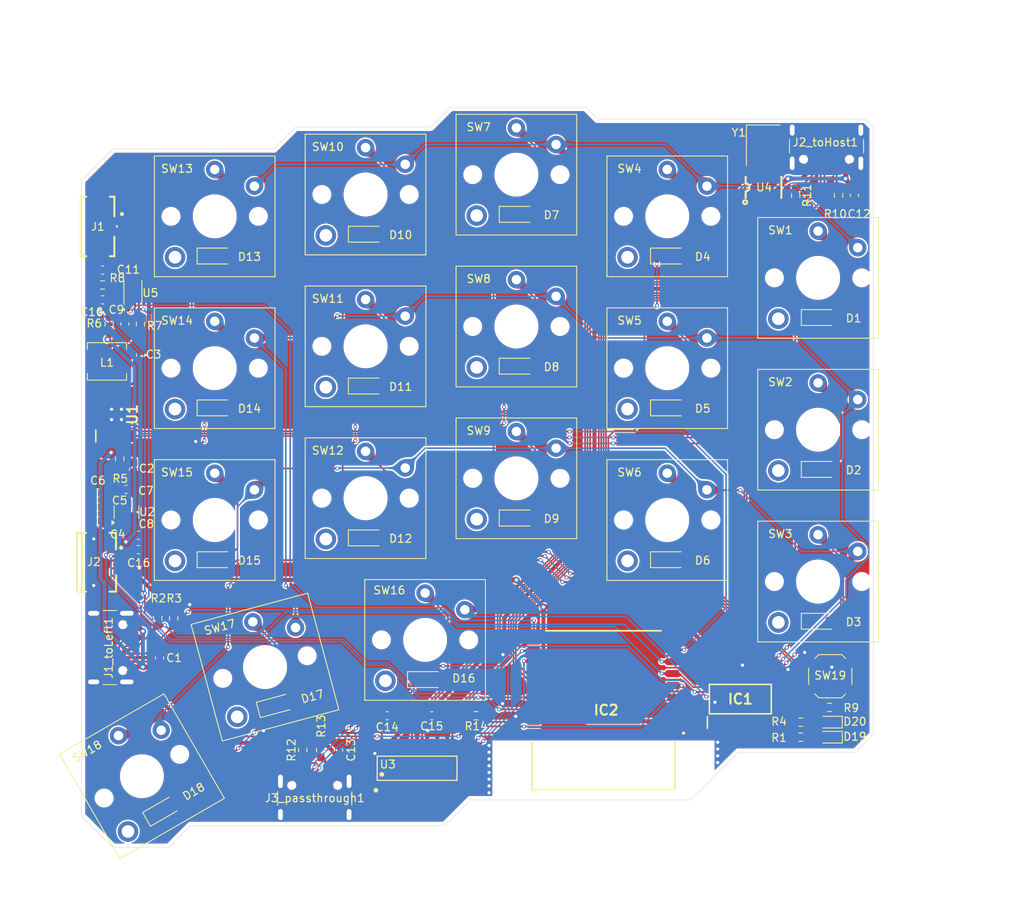
<source format=kicad_pcb>
(kicad_pcb (version 20240108) (generator "pcbnew") (generator_version "8.0")
  (layers (0 "F.Cu" signal) (31 "B.Cu" power) (34 "B.Paste" user) (35 "F.Paste" user) (36 "B.SilkS" user "B.Silkscreen") (37 "F.SilkS" user "F.Silkscreen") (38 "B.Mask" user) (39 "F.Mask" user) (44 "Edge.Cuts" user))
  (net 0 "")
  (net 1 "GND")
  (net 2 "/VBUS")
  (net 3 "Net-(C2-Pad2)")
  (net 4 "+BATT")
  (net 5 "/5VOUT")
  (net 6 "+3V3")
  (net 7 "Net-(U5-VDD)")
  (net 8 "Net-(U5-CELL)")
  (net 9 "Net-(U3-V33)")
  (net 10 "Net-(D1-A)")
  (net 11 "/RROW0")
  (net 12 "Net-(D2-A)")
  (net 13 "Net-(D3-A)")
  (net 14 "Net-(D4-A)")
  (net 15 "/RROW1")
  (net 16 "Net-(D5-A)")
  (net 17 "Net-(D6-A)")
  (net 18 "Net-(D7-A)")
  (net 19 "/RROW2")
  (net 20 "Net-(D8-A)")
  (net 21 "Net-(D9-A)")
  (net 22 "/RROW3")
  (net 23 "Net-(D10-A)")
  (net 24 "Net-(D11-A)")
  (net 25 "Net-(D12-A)")
  (net 26 "Net-(D13-A)")
  (net 27 "/RROW4")
  (net 28 "Net-(D14-A)")
  (net 29 "Net-(D15-A)")
  (net 30 "Net-(D16-A)")
  (net 31 "/RROW5")
  (net 32 "Net-(D17-A)")
  (net 33 "Net-(D18-A)")
  (net 34 "/RCOL1")
  (net 35 "/SDA")
  (net 39 "/RCOL2")
  (net 40 "/KEY_INT")
  (net 41 "/RCOL0")
  (net 45 "/SCL")
  (net 47 "/BAT_INT")
  (net 48 "/USB_HID_SET")
  (net 49 "/STAT_LED")
  (net 50 "/USB_ESP_DN")
  (net 51 "/UART0_RX")
  (net 52 "/PWR_BTN")
  (net 53 "/PWR_STAT")
  (net 54 "/TPAD_NRST")
  (net 55 "/USB_HID_TRANSMIT")
  (net 56 "/UART0_TX")
  (net 57 "/TPAD_RDY")
  (net 58 "/USB_ESP_DP")
  (net 59 "Net-(J2_toHost1-CC1)")
  (net 60 "/USB_DN")
  (net 61 "Net-(J2_toHost1-CC2)")
  (net 63 "/USB_DP")
  (net 65 "/USB_PASSTHROUGH_DN")
  (net 67 "/USB_PASSTHROUGH_DP")
  (net 68 "Net-(J3_passthrough1-CC1)")
  (net 69 "Net-(J3_passthrough1-CC2)")
  (net 71 "Net-(U1-SW)")
  (net 72 "Net-(U1-LED1)")
  (net 74 "/USB_HID_DN")
  (net 80 "/USB_HID_DP")
  (net 83 "/XIN")
  (net 85 "/XOUT")
  (net 90 "Net-(D19-A)")
  (net 91 "Net-(D20-A)")
  (footprint "Diode_SMD:D_SOD-123F" (layer "F.Cu") (at 75.126223 126.352245 30)
    (property "Reference" "D18")
    (property "Value" "1N4007")
  )
  (footprint "SOP65P640X120-24N:SOP65P640X120-24N" (layer "F.Cu") (at 148 112.31 90)
    (property "Reference" "IC1")
    (property "Value" "XL9555__TSSOP-24_" (hide yes))
  )
  (footprint "mx1.25_1x02_p1.25:CONN-SMD_2P-P1.25_XUNPU_WAFER-MX1.25-2PWB" (layer "F.Cu") (at 68.35 52.775 -90)
    (property "Reference" "J1")
    (property "Value" "Conn_01x02_MountingPin")
  )
  (footprint "Diode_SMD:D_SOD-123F" (layer "F.Cu") (at 157.894228 83.375)
    (property "Reference" "D2")
    (property "Value" "1N4007")
  )
  (footprint "Capacitor_SMD:C_0603_1608Metric_Pad1.08x0.95mm_HandSolder" (layer "F.Cu") (at 67.075 88.105 180)
    (property "Reference" "C5")
    (property "Value" "22uF")
  )
  (footprint "Resistor_SMD:R_0603_1608Metric_Pad0.98x0.95mm_HandSolder" (layer "F.Cu") (at 114.725 114.405)
    (property "Reference" "R14")
    (property "Value" "4.7kR")
  )
  (footprint "choc_v1v2_compatible_withLED:SW_Kailh_Choc_V1V2_1.00u" (layer "F.Cu") (at 138.794228 89.75)
    (property "Reference" "SW6")
    (property "Value" "SW_Push")
  )
  (footprint "Diode_SMD:D_SOD-123F" (layer "F.Cu") (at 138.894228 75.625)
    (property "Reference" "D5")
    (property "Value" "1N4007")
  )
  (footprint "Resistor_SMD:R_0603_1608Metric_Pad0.98x0.95mm_HandSolder" (layer "F.Cu") (at 155.625 115.21 180)
    (property "Reference" "R4")
    (property "Value" "470R")
  )
  (footprint "Capacitor_SMD:C_0603_1608Metric_Pad1.08x0.95mm_HandSolder" (layer "F.Cu") (at 72.175 91.675)
    (property "Reference" "C8")
    (property "Value" "1uF")
  )
  (footprint "Resistor_SMD:R_0603_1608Metric_Pad0.98x0.95mm_HandSolder" (layer "F.Cu") (at 154.975 48.865 -90)
    (property "Reference" "R11")
    (property "Value" "5.1kR")
  )
  (footprint "choc_v1v2_compatible_withLED:SW_Kailh_Choc_V1V2_1.00u" (layer "F.Cu") (at 72.626222 122.022118 30)
    (property "Reference" "SW18")
    (property "Value" "SW_Push")
  )
  (footprint "Diode_SMD:D_SOD-123F" (layer "F.Cu") (at 81.794228 94.75)
    (property "Reference" "D15")
    (property "Value" "1N4007")
  )
  (footprint "choc_v1v2_compatible_withLED:SW_Kailh_Choc_V1V2_1.00u" (layer "F.Cu") (at 100.794228 48.75)
    (property "Reference" "SW10")
    (property "Value" "SW_Push")
  )
  (footprint "Capacitor_SMD:C_0603_1608Metric_Pad1.08x0.95mm_HandSolder" (layer "F.Cu") (at 162.365 48.865 -90)
    (property "Reference" "C12")
    (property "Value" "10uF")
  )
  (footprint "IP5306_4.35V:SOIC127P600X165-9N" (layer "F.Cu") (at 69.425 76.45 90)
    (property "Reference" "U1")
    (property "Value" "IP5407" (hide yes))
  )
  (footprint "choc_v1v2_compatible_withLED:SW_Kailh_Choc_V1V2_1.00u" (layer "F.Cu") (at 108.294228 104.85)
    (property "Reference" "SW16")
    (property "Value" "SW_Push")
  )
  (footprint "Resistor_SMD:R_0603_1608Metric_Pad0.98x0.95mm_HandSolder" (layer "F.Cu") (at 160.37 48.865001 -90)
    (property "Reference" "R10")
    (property "Value" "5.1kR")
  )
  (footprint "Capacitor_SMD:C_0603_1608Metric_Pad1.08x0.95mm_HandSolder" (layer "F.Cu") (at 71.565 83.374999 90)
    (property "Reference" "C2")
    (property "Value" "10uF")
  )
  (footprint "Resistor_SMD:R_0603_1608Metric_Pad0.98x0.95mm_HandSolder" (layer "F.Cu") (at 159.225 113.355)
    (property "Reference" "R9")
    (property "Value" "51kR")
  )
  (footprint "Package_TO_SOT_SMD:SOT-23-3" (layer "F.Cu") (at 70.68 88.775 90)
    (property "Reference" "U2")
    (property "Value" "XC6206PxxxMR")
  )
  (footprint "Oscillator:Oscillator_SMD_Abracon_ASE-4Pin_3.2x2.5mm_HandSoldering" (layer "F.Cu") (at 150.885 42.555 -90)
    (property "Reference" "Y1")
    (property "Value" "Crystal_GND24")
  )
  (footprint "Resistor_SMD:R_0603_1608Metric_Pad0.98x0.95mm_HandSolder" (layer "F.Cu") (at 67.675 60.145 180)
    (property "Reference" "R8")
    (property "Value" "470R")
  )
  (footprint "Diode_SMD:D_SOD-123F" (layer "F.Cu") (at 119.844228 70.375)
    (property "Reference" "D8")
    (property "Value" "1N4007")
  )
  (footprint "Diode_SMD:D_SOD-123F" (layer "F.Cu") (at 81.794228 56.5)
    (property "Reference" "D13")
    (property "Value" "1N4007")
  )
  (footprint "Capacitor_SMD:C_0603_1608Metric_Pad1.08x0.95mm_HandSolder" (layer "F.Cu") (at 67.675 58.275 180)
    (property "Reference" "C11")
    (property "Value" "22uF")
  )
  (footprint "ESP32C3WROOM02N4:ESP32C3WROOM02N4" (layer "F.Cu") (at 129.79 110.4 180)
    (property "Reference" "IC2")
    (property "Value" "ESP32-C3-WROOM-02-N4" (hide yes))
  )
  (footprint "choc_v1v2_compatible_withLED:SW_Kailh_Choc_V1V2_1.00u" (layer "F.Cu") (at 88.126222 108.272118 15)
    (property "Reference" "SW17")
    (property "Value" "SW_Push")
  )
  (footprint "Diode_SMD:D_SOD-123F" (layer "F.Cu") (at 157.894228 102.5)
    (property "Reference" "D3")
    (property "Value" "1N4007")
  )
  (footprint "ssop-16_L4.6-W2.6-P0.53-LS4.0:SSOP-16_L4.6-W2.6-P0.53-LS4.0-BL" (layer "F.Cu") (at 150.922 47.85)
    (property "Reference" "U4")
    (property "Value" "SL2.1s")
  )
  (footprint "choc_v1v2_compatible_withLED:SW_Kailh_Choc_V1V2_1.00u" (layer "F.Cu") (at 81.794228 89.75)
    (property "Reference" "SW15")
    (property "Value" "SW_Push")
  )
  (footprint "Capacitor_SMD:C_0603_1608Metric_Pad1.08x0.95mm_HandSolder" (layer "F.Cu") (at 67.075 86.345 180)
    (property "Reference" "C6")
    (property "Value" "22uF")
  )
  (footprint "Package_DFN_QFN:TDFN-8-1EP_3x2mm_P0.5mm_EP1.4x1.4mm" (layer "F.Cu") (at 71.49 61.1 90)
    (property "Reference" "U5")
    (property "Value" "CW2015CHBD")
  )
  (footprint "Resistor_SMD:R_0603_1608Metric_Pad0.98x0.95mm_HandSolder" (layer "F.Cu") (at 69.825001 82.045 -90)
    (property "Reference" "R5")
    (property "Value" "2R")
  )
  (footprint "Diode_SMD:D_SOD-123F" (layer "F.Cu") (at 100.844228 53.75)
    (property "Reference" "D10")
    (property "Value" "1N4007")
  )
  (footprint "Diode_SMD:D_0603_1608Metric_Pad1.05x0.95mm_HandSolder" (layer "F.Cu") (at 159.18 115.21 180)
    (property "Reference" "D20")
    (property "Value" "LED_BLUE")
  )
  (footprint "choc_v1v2_compatible_withLED:SW_Kailh_Choc_V1V2_1.00u" (layer "F.Cu") (at 138.794228 51.5)
    (property "Reference" "SW4")
    (property "Value" "SW_Push")
  )
  (footprint "Resistor_SMD:R_0603_1608Metric_Pad0.98x0.95mm_HandSolder" (layer "F.Cu") (at 72.444411 65.085589 90)
    (property "Reference" "R7")
    (property "Value" "100R")
  )
  (footprint "choc_v1v2_compatible_withLED:SW_Kailh_Choc_V1V2_1.00u" (layer "F.Cu") (at 119.794228 84.5)
    (property "Reference" "SW9")
    (property "Value" "SW_Push")
  )
  (footprint "Resistor_SMD:R_0603_1608Metric_Pad0.98x0.95mm_HandSolder" (layer "F.Cu") (at 74.625 102.115 90)
    (property "Reference" "R2")
    (property "Value" "2kR")
  )
  (footprint "Capacitor_SMD:C_0603_1608Metric_Pad1.08x0.95mm_HandSolder" (layer "F.Cu") (at 70.625001 85.885 180)
    (property "Reference" "C7")
    (property "Value" "1uF")
  )
  (footprint "Resistor_SMD:R_0603_1608Metric_Pad0.98x0.95mm_HandSolder" (layer "F.Cu") (at 155.625 117.105)
    (property "Reference" "R1")
    (property "Value" "470R")
  )
  (footprint "choc_v1v2_compatible_withLED:SW_Kailh_Choc_V1V2_1.00u" (layer "F.Cu") (at 157.794228 97.5)
    (property "Reference" "SW3")
    (property "Value" "SW_Push")
  )
  (footprint "Diode_SMD:D_SOD-123F" (layer "F.Cu") (at 119.844228 51.25)
    (property "Reference" "D7")
    (property "Value" "1N4007")
  )
  (footprint "Capacitor_SMD:C_0603_1608Metric_Pad1.08x0.95mm_HandSolder" (layer "F.Cu") (at 103.525 114.405 180)
    (property "Reference" "C14")
    (property "Value" "100nF")
  )
  (footprint "choc_v1v2_compatible_withLED:SW_Kailh_Choc_V1V2_1.00u" (layer "F.Cu") (at 157.794228 78.375)
    (property "Reference" "SW2")
    (property "Value" "SW_Push")
  )
  (footprint "Button_Switch_SMD:SW_SPST_SKQG_WithoutStem" (layer "F.Cu") (at 159.325 109.425)
    (property "Reference" "SW19")
    (property "Value" "SW_Push")
  )
  (footprint "Diode_SMD:D_SOD-123F" (layer "F.Cu") (at 100.844228 92)
    (property "Reference" "D12")
    (property "Value" "1N4007")
  )
  (footprint "Diode_SMD:D_SOD-123F" (layer "F.Cu") (at 81.794228 75.625)
    (property "Reference" "D14")
    (property "Value" "1N4007")
  )
  (footprint "Capacitor_SMD:C_0603_1608Metric_Pad1.08x0.95mm_HandSolder" (layer "F.Cu") (at 72.175 93.475001)
    (property "Reference" "C16")
    (property "Value" "2.2uF")
  )
  (footprint "Diode_SMD:D_SOD-123F" (layer "F.Cu") (at 89.420318 113.101747 15)
    (property "Reference" "D17")
    (property "Value" "1N4007")
  )
  (footprint "Resistor_SMD:R_0603_1608Metric_Pad0.98x0.95mm_HandSolder" (layer "F.Cu") (at 95.14 118.725 90)
    (property "Reference" "R13")
    (property "Value" "56kR")
  )
  (footprint "choc_v1v2_compatible_withLED:SW_Kailh_Choc_V1V2_1.00u" (layer "F.Cu") (at 157.794228 59.25)
    (property "Reference" "SW1")
    (property "Value" "SW_Push")
  )
  (footprint "Connector_USB:USB_C_Receptacle_GCT_USB4105-xx-A_16P_TopMnt_Horizontal" (layer "F.Cu") (at 158.854998 41.714999 180)
    (property "Reference" "J2_toHost1")
    (property "Value" "USB_C_Receptacle_USB2.0_16P")
  )
  (footprint "Resistor_SMD:R_0603_1608Metric_Pad0.98x0.95mm_HandSolder" (layer "F.Cu") (at 68.505001 65.085589 90)
    (property "Reference" "R6")
    (property "Value" "4.7kR")
  )
  (footprint "Inductor_SMD:L_Sunlord_MWSA0402S" (layer "F.Cu") (at 68.225 69.77)
    (property "Reference" "L1")
    (property "Value" "1uH")
  )
  (footprint "Diode_SMD:D_SOD-123F" (layer "F.Cu") (at 108.294228 109.85)
    (property "Reference" "D16")
    (property "Value" "1N4007")
  )
  (footprint "choc_v1v2_compatible_withLED:SW_Kailh_Choc_V1V2_1.00u" (layer "F.Cu") (at 119.794228 65.375)
    (property "Reference" "SW8")
    (property "Value" "SW_Push")
  )
  (footprint "Capacitor_SMD:C_0603_1608Metric_Pad1.08x0.95mm_HandSolder" (layer "F.Cu") (at 72.444411 68.975 -90)
    (property "Reference" "C3")
    (property "Value" "10uF")
  )
  (footprint "Diode_SMD:D_SOD-123F" (layer "F.Cu") (at 157.894228 64.25)
    (property "Reference" "D1")
    (property "Value" "1N4007")
  )
  (footprint "Diode_SMD:D_SOD-123F" (layer "F.Cu") (at 138.894228 94.75)
    (property "Reference" "D6")
    (property "Value" "1N4007")
  )
  (footprint "choc_v1v2_compatible_withLED:SW_Kailh_Choc_V1V2_1.00u" (layer "F.Cu") (at 119.794228 46.25)
    (property "Reference" "SW7")
    (property "Value" "SW_Push")
  )
  (footprint "Capacitor_SMD:C_0603_1608Metric_Pad1.08x0.95mm_HandSolder" (layer "F.Cu") (at 97.395 118.725 90)
    (property "Reference" "C13")
    (property "Value" "10uF")
  )
  (footprint "Capacitor_SMD:C_0603_1608Metric_Pad1.08x0.95mm_HandSolder" (layer "F.Cu") (at 67.675 62.015 180)
    (property "Reference" "C10")
    (property "Value" "1uF")
  )
  (footprint "choc_v1v2_compatible_withLED:SW_Kailh_Choc_V1V2_1.00u" (layer "F.Cu") (at 81.794228 51.5)
    (property "Reference" "SW13")
    (property "Value" "SW_Push")
  )
  (footprint "Resistor_SMD:R_0603_1608Metric_Pad0.98x0.95mm_HandSolder" (layer "F.Cu") (at 76.625 102.125 90)
    (property "Reference" "R3")
    (property "Value" "2kR")
  )
  (footprint "Diode_SMD:D_SOD-123F" (layer "F.Cu") (at 100.844228 72.875)
    (property "Reference" "D11")
    (property "Value" "1N4007")
  )
  (footprint "choc_v1v2_compatible_withLED:SW_Kailh_Choc_V1V2_1.00u" (layer "F.Cu") (at 138.794228 70.625)
    (property "Reference" "SW5")
    (property "Value" "SW_Push")
  )
  (footprint "Diode_SMD:D_SOD-123F" (layer "F.Cu") (at 138.894228 56.5)
    (property "Reference" "D4")
    (property "Value" "1N4007")
  )
  (footprint "choc_v1v2_compatible_withLED:SW_Kailh_Choc_V1V2_1.00u" (layer "F.Cu") (at 100.794228 67.875)
    (property "Reference" "SW11")
    (property "Value" "SW_Push")
  )
  (footprint "Resistor_SMD:R_0603_1608Metric_Pad0.98x0.95mm_HandSolder" (layer "F.Cu") (at 92.885 118.725 90)
    (property "Reference" "R12")
    (property "Value" "56kR")
  )
  (footprint "FPC_1x06_p0.5:FPC-SMD_6P-P0.50_XUNPU_FPC-05F-6PH20" (layer "F.Cu") (at 68.357503 95.07 -90)
    (property "Reference" "J2")
    (property "Value" "Conn_01x06_MountingPin")
  )
  (footprint "sop-16_L9.9-W3.9-P1.27-LS6.0:SOP-16_L9.9-W3.9-P1.27-LS6.0-BL" (layer "F.Cu") (at 107.2845 121.018)
    (property "Reference" "U3")
    (property "Value" "CH9329")
  )
  (footprint "Connector_USB:USB_C_Receptacle_GCT_USB4105-xx-A_16P_TopMnt_Horizontal" (layer "F.Cu") (at 94.395 125.775)
    (property "Reference" "J3_passthrough1")
    (property "Value" "USB_C_Receptacle_USB2.0_16P")
  )
  (footprint "choc_v1v2_compatible_withLED:SW_Kailh_Choc_V1V2_1.00u" (layer "F.Cu") (at 100.794228 87)
    (property "Reference" "SW12")
    (property "Value" "SW_Push")
  )
  (footprint "Diode_SMD:D_SOD-123F" (layer "F.Cu") (at 119.844228 89.5)
    (property "Reference" "D9")
    (property "Value" "1N4007")
  )
  (footprint "Diode_SMD:D_0603_1608Metric_Pad1.05x0.95mm_HandSolder" (layer "F.Cu") (at 159.18 117.105 180)
    (property "Reference" "D19")
    (property "Value" "LED_WHITE")
  )
  (footprint "choc_v1v2_compatible_withLED:SW_Kailh_Choc_V1V2_1.00u" (layer "F.Cu") (at 81.794228 70.625)
    (property "Reference" "SW14")
    (property "Value" "SW_Push")
  )
  (footprint "Capacitor_SMD:C_0603_1608Metric_Pad1.08x0.95mm_HandSolder" (layer "F.Cu") (at 70.474706 65.085589 -90)
    (property "Reference" "C9")
    (property "Value" "1uF")
  )
  (footprint "Connector_USB:USB_C_Receptacle_GCT_USB4105-xx-A_16P_TopMnt_Horizontal" (layer "F.Cu") (at 67.619227 105.82 -90)
    (property "Reference" "J1_toLeft1")
    (property "Value" "USB_C_Receptacle_USB2.0_16P")
  )
  (footprint "Capacitor_SMD:C_0603_1608Metric_Pad1.08x0.95mm_HandSolder" (layer "F.Cu") (at 67.075 89.865001 180)
    (property "Reference" "C4")
    (property "Value" "22uF")
  )
  (footprint "Capacitor_SMD:C_0603_1608Metric_Pad1.08x0.95mm_HandSolder" (layer "F.Cu") (at 109.125 114.405)
    (property "Reference" "C15")
    (property "Value" "100nF")
  )
  (footprint "Capacitor_SMD:C_0603_1608Metric_Pad1.08x0.95mm_HandSolder" (layer "F.Cu") (at 74.855 107.12 90)
    (property "Reference" "C1")
    (property "Value" "2.2uF")
  )
  (gr_poly (pts (xy 65 47) (xy 69 43) (xy 89.25 43) (xy 92 40.25) (xy 109 40.25) (xy 111.5 37.75) (xy 128.5 37.75) (xy 130 39.25) (xy 163.75 39.25) (xy 164.75 40.25) (xy 164.75 116.75) (xy 162.5 119) (xy 147.75 119) (xy 141.75 125) (xy 114 125) (xy 110.75 128.25) (xy 78.75 128.25) (xy 76 131) (xy 69 131) (xy 65 127)) (stroke (width 0.05)) (fill none) (layer "Edge.Cuts"))
  (via (at 118.105024 106.705026) (size 0.8) (drill 0.4) (layers "F.Cu" "B.Cu") (net 1))
  (via (at 119.709949 114.480001) (size 0.8) (drill 0.4) (layers "F.Cu" "B.Cu") (net 1))
  (via (at 148.275 108.034498) (size 0.8) (drill 0.4) (layers "F.Cu" "B.Cu") (net 1))
  (via (at 154.0125 108.57301) (size 0.8) (drill 0.4) (layers "F.Cu" "B.Cu") (net 1))
  (via (at 145.15 117.75) (size 0.8) (drill 0.4) (layers "F.Cu" "B.Cu") (net 1))
  (via (at 145.15 119.45) (size 0.8) (drill 0.4) (layers "F.Cu" "B.Cu") (net 1))
  (via (at 78.639581 100.4) (size 0.8) (drill 0.4) (layers "F.Cu" "B.Cu") (net 1))
  (via (at 144.8 112.7) (size 0.8) (drill 0.4) (layers "F.Cu" "B.Cu") (net 1))
  (via (at 145.15 118.6) (size 0.8) (drill 0.4) (layers "F.Cu" "B.Cu") (net 1))
  (via (at 66.550481 92.13) (size 0.8) (drill 0.4) (layers "F.Cu" "B.Cu") (net 1))
  (via (at 68.8 77.1) (size 0.8) (drill 0.4) (layers "F.Cu" "B.Cu") (net 1))
  (via (at 70.05 75.8) (size 0.8) (drill 0.4) (layers "F.Cu" "B.Cu") (net 1))
  (via (at 68.8 75.8) (size 0.8) (drill 0.4) (layers "F.Cu" "B.Cu") (net 1))
  (via (at 116.35 119.85) (size 0.8) (drill 0.4) (layers "F.Cu" "B.Cu") (net 1))
  (via (at 101.968749 119.15) (size 0.8) (drill 0.4) (layers "F.Cu" "B.Cu") (net 1))
  (via (at 116.35 120.7) (size 0.8) (drill 0.4) (layers "F.Cu" "B.Cu") (net 1))
  (via (at 66.55 98) (size 0.8) (drill 0.4) (layers "F.Cu" "B.Cu") (net 1))
  (via (at 156.110542 106.425) (size 0.8) (drill 0.4) (layers "F.Cu" "B.Cu") (net 1))
  (via (at 116.35 119) (size 0.8) (drill 0.4) (layers "F.Cu" "B.Cu") (net 1))
  (via (at 116.35 122.4) (size 0.8) (drill 0.4) (layers "F.Cu" "B.Cu") (net 1))
  (via (at 108.6195 116.275) (size 0.8) (drill 0.4) (layers "F.Cu" "B.Cu") (net 1))
  (via (at 70.05 77.1) (size 0.8) (drill 0.4) (layers "F.Cu" "B.Cu") (net 1))
  (via (at 118.05 112.87889) (size 0.8) (drill 0.4) (layers "F.Cu" "B.Cu") (net 1))
  (via (at 72.300001 95.797919) (size 0.8) (drill 0.4) (layers "F.Cu" "B.Cu") (net 1))
  (via (at 79.398051 79.862) (size 0.8) (drill 0.4) (layers "F.Cu" "B.Cu") (net 1))
  (via (at 116.35 118.15) (size 0.8) (drill 0.4) (layers "F.Cu" "B.Cu") (net 1))
  (via (at 116.35 123.25) (size 0.8) (drill 0.4) (layers "F.Cu" "B.Cu") (net 1))
  (via (at 116.35 121.55) (size 0.8) (drill 0.4) (layers "F.Cu" "B.Cu") (net 1))
  (via (at 116.35 124.1) (size 0.8) (drill 0.4) (layers "F.Cu" "B.Cu") (net 1))
  (via (at 145.15 120.3) (size 0.8) (drill 0.4) (layers "F.Cu" "B.Cu") (net 1))
  (via (at 87.939949 116.3) (size 0.8) (drill 0.4) (layers "F.Cu" "B.Cu") (net 1))
  (via (at 159.525 108.275) (size 0.8) (drill 0.4) (layers "F.Cu" "B.Cu") (net 1))
  (segment (start 146.028982 60.625) (end 148.517 58.136982) (width 0.5) (layer "F.Cu") (net 2))
  (segment (start 103.0905 120) (end 104.1095 118.981) (width 0.5) (layer "F.Cu") (net 2))
  (segment (start 162.365 48.002499) (end 161.255 46.892499) (width 0.5) (layer "F.Cu") (net 2))
  (segment (start 118.275 102.030454) (end 129.625 90.680454) (width 0.5) (layer "F.Cu") (net 2))
  (segment (start 74.567501 108.27) (end 74.855 107.982501) (width 0.5) (layer "F.Cu") (net 2))
  (segment (start 104.1095 117.517) (end 107.2215 114.405) (width 0.5) (layer "F.Cu") (net 2))
  (segment (start 148.492 48.804) (end 148.796 48.5) (width 0.5) (layer "F.Cu") (net 2))
  (segment (start 152.247 48.503) (end 152.25 48.5) (width 0.2) (layer "F.Cu") (net 2))
  (segment (start 98.162499 119.587501) (end 98.574998 120) (width 0.5) (layer "F.Cu") (net 2))
  (segment (start 156.454996 45.394999) (end 156.454996 46.022683) (width 0.5) (layer "F.Cu") (net 2))
  (segment (start 95.14 117.8125) (end 95.619999 117.8125) (width 0.5) (layer "F.Cu") (net 2))
  (segment (start 91.995 122.095) (end 91.995 120.5575) (width 0.5) (layer "F.Cu") (net 2))
  (segment (start 155.727679 46.75) (end 154 46.75) (width 0.5) (layer "F.Cu") (net 2))
  (segment (start 91.995 120.5575) (end 89.25 117.8125) (width 0.5) (layer "F.Cu") (net 2))
  (segment (start 148.492 58.111982) (end 148.492 48.804) (width 0.5) (layer "F.Cu") (net 2))
  (segment (start 92.885 117.8125) (end 89.25 117.8125) (width 0.5) (layer "F.Cu") (net 2))
  (segment (start 80.284682 117.8125) (end 74.855 112.382818) (width 0.5) (layer "F.Cu") (net 2))
  (segment (start 72.75 108.27) (end 74.567501 108.27) (width 0.5) (layer "F.Cu") (net 2))
  (segment (start 129.625 62.64259) (end 131.64259 60.625) (width 0.5) (layer "F.Cu") (net 2))
  (segment (start 89.25 117.8125) (end 80.284682 117.8125) (width 0.5) (layer "F.Cu") (net 2))
  (segment (start 118.275 104.3925) (end 118.275 102.030454) (width 0.5) (layer "F.Cu") (net 2))
  (segment (start 97.395 119.587501) (end 98.162499 119.587501) (width 0.5) (layer "F.Cu") (net 2))
  (segment (start 92.885 117.8125) (end 95.14 117.8125) (width 0.5) (layer "F.Cu") (net 2))
  (segment (start 74.855 112.382818) (end 74.855 107.982501) (width 0.5) (layer "F.Cu") (net 2))
  (segment (start 148.796 48.5) (end 152.25 48.5) (width 0.5) (layer "F.Cu") (net 2))
  (segment (start 71.299228 103.419999) (end 72.419999 103.419999) (width 0.5) (layer "F.Cu") (net 2))
  (segment (start 161.255 46.892499) (end 161.255 45.394999) (width 0.5) (layer "F.Cu") (net 2))
  (segment (start 95.619999 117.8125) (end 97.395 119.587501) (width 0.5) (layer "F.Cu") (net 2))
  (segment (start 98.574998 120) (end 103.0905 120) (width 0.5) (layer "F.Cu") (net 2))
  (segment (start 131.64259 60.625) (end 146.028982 60.625) (width 0.5) (layer "F.Cu") (net 2))
  (segment (start 156.454996 46.022683) (end 155.727679 46.75) (width 0.5) (layer "F.Cu") (net 2))
  (segment (start 148.517 58.136982) (end 148.492 58.111982) (width 0.5) (layer "F.Cu") (net 2))
  (segment (start 152.25 48.5) (end 154 46.75) (width 0.5) (layer "F.Cu") (net 2))
  (segment (start 71.299226 108.220001) (end 72.700001 108.220001) (width 0.5) (layer "F.Cu") (net 2))
  (segment (start 129.625 90.680454) (end 129.625 62.64259) (width 0.5) (layer "F.Cu") (net 2))
  (segment (start 108.2625 114.405) (end 118.275 104.3925) (width 0.5) (layer "F.Cu") (net 2))
  (segment (start 107.2215 114.405) (end 108.2625 114.405) (width 0.5) (layer "F.Cu") (net 2))
  (segment (start 96.795 122.095) (end 96.795 120.187501) (width 0.5) (layer "F.Cu") (net 2))
  (segment (start 72.700001 108.220001) (end 72.75 108.27) (width 0.5) (layer "F.Cu") (net 2))
  (segment (start 152.247 49.65) (end 152.247 48.503) (width 0.2) (layer "F.Cu") (net 2))
  (segment (start 96.795 120.187501) (end 97.395 119.587501) (width 0.5) (layer "F.Cu") (net 2))
  (segment (start 72.419999 103.419999) (end 72.75 103.75) (width 0.5) (layer "F.Cu") (net 2))
  (via (at 72.75 108.27) (size 0.8) (drill 0.4) (layers "F.Cu" "B.Cu") (net 2))
  (via (at 154 46.75) (size 0.8) (drill 0.4) (layers "F.Cu" "B.Cu") (net 2))
  (via (at 161.25 46.75) (size 0.8) (drill 0.4) (layers "F.Cu" "B.Cu") (net 2))
  (via (at 72.75 103.75) (size 0.8) (drill 0.4) (layers "F.Cu" "B.Cu") (net 2))
  (via (at 68.75 81.25) (size 0.8) (drill 0.4) (layers "F.Cu" "B.Cu") (net 2))
  (segment (start 67.400481 97.159667) (end 67.894227 97.653413) (width 0.5) (layer "B.Cu") (net 2))
  (segment (start 72.75 103.75) (end 72.75 108.27) (width 0.5) (layer "B.Cu") (net 2))
  (segment (start 67.400481 82.599519) (end 67.400481 97.159667) (width 0.5) (layer "B.Cu") (net 2))
  (segment (start 67.894227 103.414227) (end 72.75 108.27) (width 0.5) (layer "B.Cu") (net 2))
  (segment (start 68.75 81.25) (end 67.400481 82.599519) (width 0.5) (layer "B.Cu") (net 2))
  (segment (start 154 46.75) (end 161.25 46.75) (width 0.5) (layer "B.Cu") (net 2))
  (segment (start 67.894227 97.653413) (end 67.894227 103.414227) (width 0.5) (layer "B.Cu") (net 2))
  (segment (start 70.270003 82.512498) (end 69.825001 82.9575) (width 0.5) (layer "F.Cu") (net 3))
  (segment (start 71.565 82.512498) (end 70.270003 82.512498) (width 0.5) (layer "F.Cu") (net 3))
  (segment (start 73.5 57.912501) (end 71.2 55.612501) (width 0.5) (layer "F.Cu") (net 4))
  (segment (start 70.450002 52.15) (end 71.2 52.899998) (width 0.5) (layer "F.Cu") (net 4))
  (segment (start 73.5 64.9425) (end 73.5 57.912501) (width 0.5) (layer "F.Cu") (net 4))
  (segment (start 69.600001 52.15) (end 70.450002 52.15) (width 0.5) (layer "F.Cu") (net 4))
  (segment (start 72.444411 65.998089) (end 73.5 64.9425) (width 0.5) (layer "F.Cu") (net 4))
  (segment (start 71.2 52.899998) (end 71.2 55.612501) (width 0.5) (layer "F.Cu") (net 4))
  (segment (start 66.7625 60.050001) (end 68.537501 58.275) (width 0.5) (layer "F.Cu") (net 4))
  (segment (start 71.2 55.612501) (end 68.537501 58.275) (width 0.5) (layer "F.Cu") (net 4))
  (segment (start 139.5 116.6) (end 139.5 115.1) (width 0.5) (layer "F.Cu") (net 6))
  (segment (start 68.505001 66.794999) (end 68.3 67) (width 0.5) (layer "F.Cu") (net 6))
  (segment (start 70.62 95.32) (end 70.8 95.5) (width 0.2) (layer "F.Cu") (net 6))
  (segment (start 68.505001 65.998089) (end 68.505001 66.794999) (width 0.5) (layer "F.Cu") (net 6))
  (segment (start 119.8 97.3) (end 80.5375 97.3) (width 0.5) (layer "F.Cu") (net 6))
  (segment (start 70.8 95.5) (end 74.625 99.325) (width 0.5) (layer "F.Cu") (net 6))
  (segment (start 80.5375 97.3) (end 76.625 101.2125) (width 0.5) (layer "F.Cu") (net 6))
  (segment (start 123.2 109.5) (end 128.8 115.1) (width 0.5) (layer "F.Cu") (net 6))
  (segment (start 138.8 100.7) (end 144.425 106.325) (width 0.5) (layer "F.Cu") (net 6))
  (segment (start 144.425 109.372) (end 144.425 107.275) (width 0.2) (layer "F.Cu") (net 6))
  (segment (start 123.2 100.7) (end 123.2 109.5) (width 0.5) (layer "F.Cu") (net 6))
  (segment (start 128.8 115.1) (end 139.5 115.1) (width 0.5) (layer "F.Cu") (net 6))
  (segment (start 144.425 106.325) (end 144.425 108) (width 0.5) (layer "F.Cu") (net 6))
  (segment (start 74.625 99.325) (end 74.625 101.2025) (width 0.5) (layer "F.Cu") (net 6))
  (segment (start 123.2 100.7) (end 138.8 100.7) (width 0.5) (layer "F.Cu") (net 6))
  (segment (start 74.625 101.2025) (end 76.615 101.2025) (width 0.5) (layer "F.Cu") (net 6))
  (segment (start 69.645003 95.32) (end 70.62 95.32) (width 0.2) (layer "F.Cu") (net 6))
  (via (at 123.2 100.7) (size 0.8) (drill 0.4) (layers "F.Cu" "B.Cu") (net 6))
  (via (at 68.3 67) (size 0.8) (drill 0.4) (layers "F.Cu" "B.Cu") (net 6))
  (via (at 119.8 97.3) (size 0.8) (drill 0.4) (layers "F.Cu" "B.Cu") (net 6))
  (via (at 70.6 92.5) (size 0.8) (drill 0.4) (layers "F.Cu" "B.Cu") (net 6))
  (segment (start 119.8 97.3) (end 123.2 100.7) (width 0.5) (layer "B.Cu") (net 6))
  (segment (start 68.3 67) (end 71.7 70.4) (width 0.5) (layer "B.Cu") (net 6))
  (segment (start 71.7 70.4) (end 71.7 91.4) (width 0.5) (layer "B.Cu") (net 6))
  (segment (start 71.7 91.4) (end 70.6 92.5) (width 0.5) (layer "B.Cu") (net 6))
  (segment (start 71.74 63.468678) (end 72.444411 64.173089) (width 0.2) (layer "F.Cu") (net 7))
  (segment (start 71.74 62.5625) (end 71.74 63.468678) (width 0.2) (layer "F.Cu") (net 7))
  (segment (start 70.474706 64.223088) (end 72.394412 64.223088) (width 0.5) (layer "F.Cu") (net 7))
  (segment (start 71.304386 58.8) (end 71.74 59.235614) (width 0.2) (layer "F.Cu") (net 8))
  (segment (start 68.5875 60.145) (end 69.9325 58.8) (width 0.2) (layer "F.Cu") (net 8))
  (segment (start 69.9325 58.8) (end 71.304386 58.8) (width 0.2) (layer "F.Cu") (net 8))
  (segment (start 71.74 59.235614) (end 71.74 59.6375) (width 0.2) (layer "F.Cu") (net 8))
  (segment (start 68.537501 62.015) (end 68.537501 60.194999) (width 0.5) (layer "F.Cu") (net 8))
  (segment (start 102.8395 118.249) (end 102.8395 115.953001) (width 0.2) (layer "F.Cu") (net 9))
  (segment (start 102.8395 115.953001) (end 104.387501 114.405) (width 0.2) (layer "F.Cu") (net 9))
  (segment (start 157.794228 53.35) (end 160.669228 56.225) (width 0.2) (layer "F.Cu") (net 10))
  (segment (start 160.669228 62.875) (end 159.294228 64.25) (width 0.2) (layer "F.Cu") (net 10))
  (segment (start 160.669228 56.225) (end 160.669228 62.875) (width 0.2) (layer "F.Cu") (net 10))
  (segment (start 154.919228 84.95) (end 156.494228 83.375) (width 0.2) (layer "F.Cu") (net 11))
  (segment (start 156.494228 102.5) (end 154.919228 100.925) (width 0.2) (layer "F.Cu") (net 11))
  (segment (start 156.494228 83.375) (end 154.919228 81.8) (width 0.2) (layer "F.Cu") (net 11))
  (segment (start 151.575 108.075) (end 152.85 106.8) (width 0.2) (layer "F.Cu") (net 11))
  (segment (start 156.494228 103.155772) (end 156.494228 102.5) (width 0.2) (layer "F.Cu") (net 11))
  (segment (start 154.919228 81.8) (end 154.919228 65.825) (width 0.2) (layer "F.Cu") (net 11))
  (segment (start 153.85 105.8) (end 156.494228 103.155772) (width 0.2) (layer "F.Cu") (net 11))
  (segment (start 154.919228 100.925) (end 154.919228 84.95) (width 0.2) (layer "F.Cu") (net 11))
  (segment (start 151.575 109.372) (end 151.575 108.075) (width 0.2) (layer "F.Cu") (net 11))
  (segment (start 154.919228 65.825) (end 156.494228 64.25) (width 0.2) (layer "F.Cu") (net 11))
  (via (at 152.85 106.8) (size 0.5) (drill 0.3) (layers "F.Cu" "B.Cu") (net 11))
  (via (at 153.85 105.8) (size 0.5) (drill 0.3) (layers "F.Cu" "B.Cu") (net 11))
  (segment (start 152.85 106.8) (end 153.85 105.8) (width 0.2) (layer "B.Cu") (net 11))
  (segment (start 157.794228 72.475) (end 160.669228 75.35) (width 0.2) (layer "F.Cu") (net 12))
  (segment (start 160.669228 75.35) (end 160.669228 82) (width 0.2) (layer "F.Cu") (net 12))
  (segment (start 160.669228 82) (end 159.294228 83.375) (width 0.2) (layer "F.Cu") (net 12))
  (segment (start 160.669228 101.125) (end 159.294228 102.5) (width 0.2) (layer "F.Cu") (net 13))
  (segment (start 157.794228 91.6) (end 160.669228 94.475) (width 0.2) (layer "F.Cu") (net 13))
  (segment (start 160.669228 94.475) (end 160.669228 101.125) (width 0.2) (layer "F.Cu") (net 13))
  (segment (start 141.669228 48.475) (end 141.669228 55.125) (width 0.2) (layer "F.Cu") (net 14))
  (segment (start 141.669228 55.125) (end 140.294228 56.5) (width 0.2) (layer "F.Cu") (net 14))
  (segment (start 138.794228 45.6) (end 141.669228 48.475) (width 0.2) (layer "F.Cu") (net 14))
  (segment (start 134.619228 78.5) (end 137.494228 75.625) (width 0.2) (layer "F.Cu") (net 15))
  (segment (start 138.444228 95.7) (end 137.494228 94.75) (width 0.2) (layer "F.Cu") (net 15))
  (segment (start 132.142893 78.5) (end 134.619228 78.5) (width 0.2) (layer "F.Cu") (net 15))
  (segment (start 137.494228 75.625) (end 135.919228 74.05) (width 0.2) (layer "F.Cu") (net 15))
  (segment (start 136 94.75) (end 131.375 90.125) (width 0.2) (layer "F.Cu") (net 15))
  (segment (start 131.375 79.267893) (end 132.142893 78.5) (width 0.2) (layer "F.Cu") (net 15))
  (segment (start 142.151472 95.7) (end 138.444228 95.7) (width 0.2) (layer "F.Cu") (net 15))
  (segment (start 135.919228 64.330772) (end 137.5 62.75) (width 0.2) (layer "F.Cu") (net 15))
  (segment (start 150.925 109.372) (end 150.925 104.473528) (width 0.2) (layer "F.Cu") (net 15))
  (segment (start 137.494228 57.5) (end 137.494228 56.5) (width 0.2) (layer "F.Cu") (net 15))
  (segment (start 131.375 90.125) (end 131.375 79.267893) (width 0.2) (layer "F.Cu") (net 15))
  (segment (start 150.925 104.473528) (end 142.151472 95.7) (width 0.2) (layer "F.Cu") (net 15))
  (segment (start 135.919228 74.05) (end 135.919228 64.330772) (width 0.2) (layer "F.Cu") (net 15))
  (segment (start 137.494228 94.75) (end 136 94.75) (width 0.2) (layer "F.Cu") (net 15))
  (via (at 137.5 62.75) (size 0.5) (drill 0.3) (layers "F.Cu" "B.Cu") (net 15))
  (via (at 137.494228 57.5) (size 0.5) (drill 0.3) (layers "F.Cu" "B.Cu") (net 15))
  (segment (start 137.5 57.505772) (end 137.5 62.75) (width 0.2) (layer "B.Cu") (net 15))
  (segment (start 137.494228 57.5) (end 137.5 57.505772) (width 0.2) (layer "B.Cu") (net 15))
  (segment (start 138.794228 64.725) (end 141.669228 67.6) (width 0.2) (layer "F.Cu") (net 16))
  (segment (start 141.669228 74.25) (end 140.294228 75.625) (width 0.2) (layer "F.Cu") (net 16))
  (segment (start 141.669228 67.6) (end 141.669228 74.25) (width 0.2) (layer "F.Cu") (net 16))
  (segment (start 141.669228 93.375) (end 140.294228 94.75) (width 0.2) (layer "F.Cu") (net 17))
  (segment (start 138.794228 83.85) (end 141.669228 86.725) (width 0.2) (layer "F.Cu") (net 17))
  (segment (start 141.669228 86.725) (end 141.669228 93.375) (width 0.2) (layer "F.Cu") (net 17))
  (segment (start 119.794228 40.35) (end 122.669228 43.225) (width 0.2) (layer "F.Cu") (net 18))
  (segment (start 122.669228 49.825) (end 121.244228 51.25) (width 0.2) (layer "F.Cu") (net 18))
  (segment (start 122.669228 43.225) (end 122.669228 49.825) (width 0.2) (layer "F.Cu") (net 18))
  (segment (start 116.919228 87.975) (end 116.919228 78.830772) (width 0.2) (layer "F.Cu") (net 19))
  (segment (start 118.444228 51.25) (end 116.919228 52.775) (width 0.2) (layer "F.Cu") (net 19))
  (segment (start 122.719228 93.775) (end 118.444228 89.5) (width 0.2) (layer "F.Cu") (net 19))
  (segment (start 150.275 104.247792) (end 142.527208 96.5) (width 0.2) (layer "F.Cu") (net 19))
  (segment (start 116.919228 68.85) (end 118.444228 70.375) (width 0.2) (layer "F.Cu") (net 19))
  (segment (start 116.919228 78.830772) (end 118.25 77.5) (width 0.2) (layer "F.Cu") (net 19))
  (segment (start 118.444228 89.5) (end 116.919228 87.975) (width 0.2) (layer "F.Cu") (net 19))
  (segment (start 150.275 109.372) (end 150.275 104.247792) (width 0.2) (layer "F.Cu") (net 19))
  (segment (start 118.25 75.5) (end 118.25 70.569228) (width 0.2) (layer "F.Cu") (net 19))
  (segment (start 116.919228 52.775) (end 116.919228 68.85) (width 0.2) (layer "F.Cu") (net 19))
  (segment (start 123.875 93.775) (end 122.719228 93.775) (width 0.2) (layer "F.Cu") (net 19))
  (segment (start 142.527208 96.5) (end 126.6 96.5) (width 0.2) (layer "F.Cu") (net 19))
  (via (at 126.6 96.5) (size 0.5) (drill 0.3) (layers "F.Cu" "B.Cu") (net 19))
  (via (at 118.25 77.5) (size 0.5) (drill 0.3) (layers "F.Cu" "B.Cu") (net 19))
  (via (at 118.25 75.5) (size 0.5) (drill 0.3) (layers "F.Cu" "B.Cu") (net 19))
  (via (at 123.875 93.775) (size 0.5) (drill 0.3) (layers "F.Cu" "B.Cu") (net 19))
  (segment (start 118.25 77.5) (end 118.25 75.5) (width 0.2) (layer "B.Cu") (net 19))
  (segment (start 123.875 93.775) (end 126.6 96.5) (width 0.2) (layer "B.Cu") (net 19))
  (segment (start 122.669228 62.35) (end 122.669228 68.95) (width 0.2) (layer "F.Cu") (net 20))
  (segment (start 119.794228 59.475) (end 122.669228 62.35) (width 0.2) (layer "F.Cu") (net 20))
  (segment (start 122.669228 68.95) (end 121.244228 70.375) (width 0.2) (layer "F.Cu") (net 20))
  (segment (start 122.669228 88.075) (end 122.669228 81.475) (width 0.2) (layer "F.Cu") (net 21))
  (segment (start 121.244228 89.5) (end 122.669228 88.075) (width 0.2) (layer "F.Cu") (net 21))
  (segment (start 122.669228 81.475) (end 119.794228 78.6) (width 0.2) (layer "F.Cu") (net 21))
  (segment (start 101.744228 94.3) (end 99.444228 92) (width 0.2) (layer "F.Cu") (net 22))
  (segment (start 99.5 78) (end 99.5 72.930772) (width 0.2) (layer "F.Cu") (net 22))
  (segment (start 99.444228 92) (end 97.919228 90.475) (width 0.2) (layer "F.Cu") (net 22))
  (segment (start 142.602944 97) (end 126.1 97) (width 0.2) (layer "F.Cu") (net 22))
  (segment (start 97.919228 90.475) (end 97.919228 81.330772) (width 0.2) (layer "F.Cu") (net 22))
  (segment (start 99.444228 53.75) (end 97.919228 55.275) (width 0.2) (layer "F.Cu") (net 22))
  (segment (start 97.919228 81.330772) (end 99.5 79.75) (width 0.2) (layer "F.Cu") (net 22))
  (segment (start 149.625 109.372) (end 149.625 104.022056) (width 0.2) (layer "F.Cu") (net 22))
  (segment (start 123.4 94.3) (end 101.744228 94.3) (width 0.2) (layer "F.Cu") (net 22))
  (segment (start 97.919228 71.35) (end 99.444228 72.875) (width 0.2) (layer "F.Cu") (net 22))
  (segment (start 149.625 104.022056) (end 142.602944 97) (width 0.2) (layer "F.Cu") (net 22))
  (segment (start 97.919228 55.275) (end 97.919228 71.35) (width 0.2) (layer "F.Cu") (net 22))
  (via (at 99.5 79.75) (size 0.5) (drill 0.3) (layers "F.Cu" "B.Cu") (net 22))
  (via (at 99.5 78) (size 0.5) (drill 0.3) (layers "F.Cu" "B.Cu") (net 22))
  (via (at 126.1 97) (size 0.5) (drill 0.3) (layers "F.Cu" "B.Cu") (net 22))
  (via (at 123.4 94.3) (size 0.5) (drill 0.3) (layers "F.Cu" "B.Cu") (net 22))
  (segment (start 99.5 79.75) (end 99.5 78) (width 0.2) (layer "B.Cu") (net 22))
  (segment (start 123.4 94.3) (end 126.1 97) (width 0.2) (layer "B.Cu") (net 22))
  (segment (start 100.794228 42.85) (end 103.669228 45.725) (width 0.2) (layer "F.Cu") (net 23))
  (segment (start 103.669228 45.725) (end 103.669228 52.325) (width 0.2) (layer "F.Cu") (net 23))
  (segment (start 103.669228 52.325) (end 102.244228 53.75) (width 0.2) (layer "F.Cu") (net 23))
  (segment (start 103.669228 71.45) (end 102.244228 72.875) (width 0.2) (layer "F.Cu") (net 24))
  (segment (start 100.794228 61.975) (end 103.669228 64.85) (width 0.2) (layer "F.Cu") (net 24))
  (segment (start 103.669228 64.85) (end 103.669228 71.45) (width 0.2) (layer "F.Cu") (net 24))
  (segment (start 103.669228 83.975) (end 103.669228 90.575) (width 0.2) (layer "F.Cu") (net 25))
  (segment (start 103.669228 90.575) (end 102.244228 92) (width 0.2) (layer "F.Cu") (net 25))
  (segment (start 100.794228 81.1) (end 103.669228 83.975) (width 0.2) (layer "F.Cu") (net 25))
  (segment (start 84.669228 55.025) (end 83.194228 56.5) (width 0.2) (layer "F.Cu") (net 26))
  (segment (start 81.794228 45.6) (end 84.669228 48.475) (width 0.2) (layer "F.Cu") (net 26))
  (segment (start 84.669228 48.475) (end 84.669228 55.025) (width 0.2) (layer "F.Cu") (net 26))
  (segment (start 78.919228 93.275) (end 78.919228 81.330772) (width 0.2) (layer "F.Cu") (net 27))
  (segment (start 83.7 95.7) (end 81.344228 95.7) (width 0.2) (layer "F.Cu") (net 27))
  (segment (start 84.6 94.8) (end 83.7 95.7) (width 0.2) (layer "F.Cu") (net 27))
  (segment (start 80.394228 56.5) (end 78.919228 57.975) (width 0.2) (layer "F.Cu") (net 27))
  (segment (start 78.919228 57.975) (end 78.919228 74.15) (width 0.2) (layer "F.Cu") (net 27))
  (segment (start 142.86434 97.68566) (end 142.72868 97.55) (width 0.2) (layer "F.Cu") (net 27))
  (segment (start 142.72868 97.55) (end 125.6 97.55) (width 0.2) (layer "F.Cu") (net 27))
  (segment (start 148.975 109.372) (end 148.975 103.79632) (width 0.2) (layer "F.Cu") (net 27))
  (segment (start 78.919228 74.15) (end 80.394228 75.625) (width 0.2) (layer "F.Cu") (net 27))
  (segment (start 142.801982 97.623302) (end 142.86434 97.68566) (width 0.2) (layer "F.Cu") (net 27))
  (segment (start 78.919228 81.330772) (end 80.5 79.75) (width 0.2) (layer "F.Cu") (net 27))
  (segment (start 142.86434 97.68566) (end 148.975 103.79632) (width 0.2) (layer "F.Cu") (net 27))
  (segment (start 122.85 94.8) (end 84.6 94.8) (width 0.2) (layer "F.Cu") (net 27))
  (segment (start 80.5 77.75) (end 80.5 75.730772) (width 0.2) (layer "F.Cu") (net 27))
  (segment (start 81.344228 95.7) (end 80.394228 94.75) (width 0.2) (layer "F.Cu") (net 27))
  (segment (start 80.394228 94.75) (end 78.919228 93.275) (width 0.2) (layer "F.Cu") (net 27))
  (via (at 80.5 77.75) (size 0.5) (drill 0.3) (layers "F.Cu" "B.Cu") (net 27))
  (via (at 122.85 94.8) (size 0.5) (drill 0.3) (layers "F.Cu" "B.Cu") (net 27))
  (via (at 125.6 97.55) (size 0.5) (drill 0.3) (layers "F.Cu" "B.Cu") (net 27))
  (via (at 80.5 79.75) (size 0.5) (drill 0.3) (layers "F.Cu" "B.Cu") (net 27))
  (segment (start 125.6 97.55) (end 122.85 94.8) (width 0.2) (layer "B.Cu") (net 27))
  (segment (start 80.5 79.75) (end 80.5 77.75) (width 0.2) (layer "B.Cu") (net 27))
  (segment (start 84.669228 67.6) (end 84.669228 74.15) (width 0.2) (layer "F.Cu") (net 28))
  (segment (start 81.794228 64.725) (end 84.669228 67.6) (width 0.2) (layer "F.Cu") (net 28))
  (segment (start 84.669228 74.15) (end 83.194228 75.625) (width 0.2) (layer "F.Cu") (net 28))
  (segment (start 84.669228 86.725) (end 84.669228 93.275) (width 0.2) (layer "F.Cu") (net 29))
  (segment (start 81.794228 83.85) (end 84.669228 86.725) (width 0.2) (layer "F.Cu") (net 29))
  (segment (start 84.669228 93.275) (end 83.194228 94.75) (width 0.2) (layer "F.Cu") (net 29))
  (segment (start 111.169228 108.375) (end 109.694228 109.85) (width 0.2) (layer "F.Cu") (net 30))
  (segment (start 108.294228 98.95) (end 111.169228 101.825) (width 0.2) (layer "F.Cu") (net 30))
  (segment (start 111.169228 101.825) (end 111.169228 108.375) (width 0.2) (layer "F.Cu") (net 30))
  (segment (start 84.7375 118.5125) (end 76.197754 127.052246) (width 0.2) (layer "F.Cu") (net 31))
  (segment (start 147.2345 111.4) (end 142.25 111.4) (width 0.2) (layer "F.Cu") (net 31))
  (segment (start 100.685863 113.559541) (end 101.245404 113) (width 0.2) (layer "F.Cu") (net 31))
  (segment (start 88.163469 113.559541) (end 100.685863 113.559541) (width 0.2) (layer "F.Cu") (net 31))
  (segment (start 108.605993 108.138235) (end 106.894228 109.85) (width 0.2) (layer "F.Cu") (net 31))
  (segment (start 86.75 116.5) (end 88.068022 115.181978) (width 0.2) (layer "F.Cu") (net 31))
  (segment (start 88.068022 115.181978) (end 88.068022 113.464094) (width 0.2) (layer "F.Cu") (net 31))
  (segment (start 101.245404 113) (end 105 113) (width 0.2) (layer "F.Cu") (net 31))
  (segment (start 148.325 109.372) (end 148.325 110.3095) (width 0.2) (layer "F.Cu") (net 31))
  (segment (start 110.557463 108.138235) (end 108.605993 108.138235) (width 0.2) (layer "F.Cu") (net 31))
  (segment (start 106.894228 111.105772) (end 106.894228 109.85) (width 0.2) (layer "F.Cu") (net 31))
  (segment (start 84.75 118.5125) (end 84.7375 118.5125) (width 0.2) (layer "F.Cu") (net 31))
  (segment (start 76.197754 127.052246) (end 73.913787 127.052246) (width 0.2) (layer "F.Cu") (net 31))
  (segment (start 105 113) (end 106.894228 111.105772) (width 0.2) (layer "F.Cu") (net 31))
  (segment (start 148.325 110.3095) (end 147.2345 111.4) (width 0.2) (layer "F.Cu") (net 31))
  (via (at 110.557463 108.138235) (size 0.5) (drill 0.3) (layers "F.Cu" "B.Cu") (net 31))
  (via (at 86.75 116.5) (size 0.5) (drill 0.3) (layers "F.Cu" "B.Cu") (net 31))
  (via (at 84.75 118.5125) (size 0.5) (drill 0.3) (layers "F.Cu" "B.Cu") (net 31))
  (via (at 142.25 111.4) (size 0.5) (drill 0.3) (layers "F.Cu" "B.Cu") (net 31))
  (segment (start 84.75 118.5125) (end 84.75 118.5) (width 0.2) (layer "B.Cu") (net 31))
  (segment (start 120.392893 105.65) (end 133.9 105.65) (width 0.2) (layer "B.Cu") (net 31))
  (segment (start 117.904658 108.138235) (end 120.392893 105.65) (width 0.2) (layer "B.Cu") (net 31))
  (segment (start 138.2 109.95) (end 140.798527 109.95) (width 0.2) (layer "B.Cu") (net 31))
  (segment (start 133.9 105.65) (end 138.2 109.95) (width 0.2) (layer "B.Cu") (net 31))
  (segment (start 110.557463 108.138235) (end 117.904658 108.138235) (width 0.2) (layer "B.Cu") (net 31))
  (segment (start 140.798527 109.95) (end 142.248527 111.4) (width 0.2) (layer "B.Cu") (net 31))
  (segment (start 84.75 118.5) (end 86.75 116.5) (width 0.2) (layer "B.Cu") (net 31))
  (segment (start 86.59919 102.573156) (end 91.001222 106.975188) (width 0.2) (layer "F.Cu") (net 32))
  (segment (start 91.001222 106.975188) (end 91.001222 112.510792) (width 0.2) (layer "F.Cu") (net 32))
  (segment (start 71.582536 116.912568) (end 76.338659 121.668691) (width 0.2) (layer "F.Cu") (net 33))
  (segment (start 76.338659 121.668691) (end 76.338659 125.652244) (width 0.2) (layer "F.Cu") (net 33))
  (segment (start 69.676222 116.912568) (end 71.582536 116.912568) (width 0.2) (layer "F.Cu") (net 33))
  (segment (start 152 110.3095) (end 152.262868 110.046632) (width 0.2) (layer "F.Cu") (net 34))
  (segment (start 152.262868 108.371665) (end 153.383879 107.250654) (width 0.2) (layer "F.Cu") (net 34))
  (segment (start 94.425 66.825) (end 97.25 64) (width 0.2) (layer "F.Cu") (net 34))
  (segment (start 152.262868 110.046632) (end 152.262868 108.371665) (width 0.2) (layer "F.Cu") (net 34))
  (segment (start 147.025 112.033764) (end 148.749264 110.3095) (width 0.2) (layer "F.Cu") (net 34))
  (segment (start 147.025 115.248) (end 147.025 112.033764) (width 0.2) (layer "F.Cu") (net 34))
  (segment (start 86.794228 66.825) (end 94.425 66.825) (width 0.2) (layer "F.Cu") (net 34))
  (segment (start 91.972339 99.222339) (end 90.75 98) (width 0.2) (layer "F.Cu") (net 34))
  (segment (start 91.972339 103.307505) (end 91.972339 99.222339) (width 0.2) (layer "F.Cu") (net 34))
  (segment (start 148.749264 110.3095) (end 152 110.3095) (width 0.2) (layer "F.Cu") (net 34))
  (via (at 90.75 98) (size 0.5) (drill 0.3) (layers "F.Cu" "B.Cu") (net 34))
  (via (at 153.383879 107.250654) (size 0.5) (drill 0.3) (layers "F.Cu" "B.Cu") (net 34))
  (via (at 97.25 64) (size 0.5) (drill 0.3) (layers "F.Cu" "B.Cu") (net 34))
  (segment (start 97.325 64.075) (end 105.794228 64.075) (width 0.2) (layer "B.Cu") (net 34))
  (segment (start 130.044228 66.825) (end 143.794228 66.825) (width 0.2) (layer "B.Cu") (net 34))
  (segment (start 90.75 70.780772) (end 86.794228 66.825) (width 0.2) (layer "B.Cu") (net 34))
  (segment (start 160.85 89.8) (end 160.85 76.519228) (width 0.2) (layer "B.Cu") (net 34))
  (segment (start 105.794228 64.075) (end 108.294228 61.575) (width 0.2) (layer "B.Cu") (net 34))
  (segment (start 153.383879 107.250654) (end 161.3 99.334533) (width 0.2) (layer "B.Cu") (net 34))
  (segment (start 164.15 94.425) (end 164.15 93.1) (width 0.2) (layer "B.Cu") (net 34))
  (segment (start 161.3 97.275) (end 164.15 94.425) (width 0.2) (layer "B.Cu") (net 34))
  (segment (start 108.294228 61.575) (end 124.794228 61.575) (width 0.2) (layer "B.Cu") (net 34))
  (segment (start 164.15 93.1) (end 160.85 89.8) (width 0.2) (layer "B.Cu") (net 34))
  (segment (start 143.794228 66.825) (end 155.044228 66.825) (width 0.2) (layer "B.Cu") (net 34))
  (segment (start 124.794228 61.575) (end 130.044228 66.825) (width 0.2) (layer "B.Cu") (net 34))
  (segment (start 90.75 98) (end 90.75 70.780772) (width 0.2) (layer "B.Cu") (net 34))
  (segment (start 161.3 99.334533) (end 161.3 97.275) (width 0.2) (layer "B.Cu") (net 34))
  (segment (start 160.85 76.519228) (end 162.794228 74.575) (width 0.2) (layer "B.Cu") (net 34))
  (segment (start 97.25 64) (end 97.325 64.075) (width 0.2) (layer "B.Cu") (net 34))
  (segment (start 155.044228 66.825) (end 162.794228 74.575) (width 0.2) (layer "B.Cu") (net 34))
  (segment (start 76.625 103.0375) (end 78.3625 101.3) (width 0.2) (layer "F.Cu") (net 35))
  (segment (start 68 63) (end 67.4 63.6) (width 0.2) (layer "F.Cu") (net 35))
  (segment (start 70.25 106.25) (end 70.25 106) (width 0.2) (layer "F.Cu") (net 35))
  (segment (start 71.299227 106.569999) (end 70.569999 106.569999) (width 0.2) (layer "F.Cu") (net 35))
  (segment (start 69.645003 96.32) (end 70.32 96.32) (width 0.2) (layer "F.Cu") (net 35))
  (segment (start 144.75 110.5) (end 145.075 110.175) (width 0.2) (layer "F.Cu") (net 35))
  (segment (start 145.075 110.175) (end 145.075 109.372) (width 0.2) (layer "F.Cu") (net 35))
  (segment (start 73.75 102.25) (end 75.8375 102.25) (width 0.2) (layer "F.Cu") (net 35))
  (segment (start 73 101.5) (end 73.75 102.25) (width 0.2) (layer "F.Cu") (net 35))
  (segment (start 140.35 107.6) (end 143.25 110.5) (width 0.2) (layer "F.Cu") (net 35))
  (segment (start 70.680002 105.569998) (end 71.299227 105.569998) (width 0.2) (layer "F.Cu") (net 35))
  (segment (start 70.569999 106.569999) (end 70.25 106.25) (width 0.2) (layer "F.Cu") (net 35))
  (segment (start 70.25 106) (end 70.680002 105.569998) (width 0.2) (layer "F.Cu") (net 35))
  (segment (start 73 99) (end 73 101.5) (width 0.2) (layer "F.Cu") (net 35))
  (segment (start 78.3625 101.3) (end 78.4 101.3) (width 0.2) (layer "F.Cu") (net 35))
  (segment (start 70.74 62.5625) (end 70.3025 63) (width 0.2) (layer "F.Cu") (net 35))
  (segment (start 138.1 107.6) (end 139.5 107.6) (width 0.2) (layer "F.Cu") (net 35))
  (segment (start 71.299227 106.569999) (end 73.092501 106.569999) (width 0.2) (layer "F.Cu") (net 35))
  (segment (start 70.3025 63) (end 68 63) (width 0.2) (layer "F.Cu") (net 35))
  (segment (start 143.25 110.5) (end 144.75 110.5) (width 0.2) (layer "F.Cu") (net 35))
  (segment (start 73.092501 106.569999) (end 76.625 103.0375) (width 0.2) (layer "F.Cu") (net 35))
  (segment (start 75.8375 102.25) (end 76.625 103.0375) (width 0.2) (layer "F.Cu") (net 35))
  (segment (start 70.32 96.32) (end 73 99) (width 0.2) (layer "F.Cu") (net 35))
  (segment (start 139.5 107.6) (end 140.35 107.6) (width 0.2) (layer "F.Cu") (net 35))
  (via (at 138.1 107.6) (size 0.5) (drill 0.3) (layers "F.Cu" "B.Cu") (net 35))
  (via (at 67.4 63.6) (size 0.5) (drill 0.3) (layers "F.Cu" "B.Cu") (net 35))
  (via (at 73 99) (size 0.5) (drill 0.3) (layers "F.Cu" "B.Cu") (net 35))
  (via (at 78.4 101.3) (size 0.5) (drill 0.3) (layers "F.Cu" "B.Cu") (net 35))
  (segment (start 78.6 101.1) (end 110.675736 101.1) (width 0.2) (layer "B.Cu") (net 35))
  (segment (start 73 69.2) (end 73 99) (width 0.2) (layer "B.Cu") (net 35))
  (segment (start 110.675736 101.1) (end 112.475736 102.9) (width 0.2) (layer "B.Cu") (net 35))
  (segment (start 112.475736 102.9) (end 133.4 102.9) (width 0.2) (layer "B.Cu") (net 35))
  (segment (start 78.4 101.3) (end 78.6 101.1) (width 0.2) (layer "B.Cu") (net 35))
  (segment (start 133.4 102.9) (end 138.1 107.6) (width 0.2) (layer "B.Cu") (net 35))
  (segment (start 67.4 63.6) (end 73 69.2) (width 0.2) (layer "B.Cu") (net 35))
  (segment (start 152.562868 108.982724) (end 152.562868 110.170896) (width 0.2) (layer "F.Cu") (net 39))
  (segment (start 148 86) (end 143.844228 86) (width 0.2) (layer "F.Cu") (net 39))
  (segment (start 160.969228 95.525) (end 162.794228 93.7) (width 0.2) (layer "F.Cu") (net 39))
  (segment (start 89.494228 83.25) (end 97.25 83.25) (width 0.2) (layer "F.Cu") (net 39))
  (segment (start 152.124264 110.6095) (end 148.873528 110.6095) (width 0.2) (layer "F.Cu") (net 39))
  (segment (start 154.845592 106.7) (end 158.245592 103.3) (width 0.2) (layer "F.Cu") (net 39))
  (segment (start 147.675 111.808028) (end 147.675 115.248) (width 0.2) (layer "F.Cu") (net 39))
  (segment (start 86.794228 85.95) (end 89.494228 83.25) (width 0.2) (layer "F.Cu") (net 39))
  (segment (start 159.737552 103.3) (end 160.969228 102.068324) (width 0.2) (layer "F.Cu") (net 39))
  (segment (start 158.245592 103.3) (end 159.737552 103.3) (width 0.2) (layer "F.Cu") (net 39))
  (segment (start 153.786399 107.759193) (end 152.562868 108.982724) (width 0.2) (layer "F.Cu") (net 39))
  (segment (start 83.5 105.75) (end 83.5 98) (width 0.2) (layer "F.Cu") (net 39))
  (segment (start 160.969228 102.068324) (end 160.969228 95.525) (width 0.2) (layer "F.Cu") (net 39))
  (segment (start 148.873528 110.6095) (end 147.675 111.808028) (width 0.2) (layer "F.Cu") (net 39))
  (segment (start 152.562868 110.170896) (end 152.124264 110.6095) (width 0.2) (layer "F.Cu") (net 39))
  (via (at 83.5 98) (size 0.5) (drill 0.3) (layers "F.Cu" "B.Cu") (net 39))
  (via (at 153.8 107.75) (size 0.5) (drill 0.3) (layers "F.Cu" "B.Cu") (net 39))
  (via (at 148 86) (size 0.5) (drill 0.3) (layers "F.Cu" "B.Cu") (net 39))
  (via (at 154.845592 106.7) (size 0.5) (drill 0.3) (layers "F.Cu" "B.Cu") (net 39))
  (via (at 83.5 105.75) (size 0.5) (drill 0.3) (layers "F.Cu" "B.Cu") (net 39))
  (via (at 97.25 83.25) (size 0.5) (drill 0.3) (layers "F.Cu" "B.Cu") (net 39))
  (segment (start 138.544228 80.7) (end 143.794228 85.95) (width 0.2) (layer "B.Cu") (net 39))
  (segment (start 155.7 93.7) (end 162.794228 93.7) (width 0.2) (layer "B.Cu") (net 39))
  (segment (start 97.3 83.2) (end 105.794228 83.2) (width 0.2) (layer "B.Cu") (net 39))
  (segment (start 75.05635 116.231221) (end 75.05635 114.19365) (width 0.2) (layer "B.Cu") (net 39))
  (segment (start 124.794228 80.7) (end 138.544228 80.7) (width 0.2) (layer "B.Cu") (net 39))
  (segment (start 84.669228 96.830772) (end 84.669228 88.075) (width 0.2) (layer "B.Cu") (net 39))
  (segment (start 83.5 98) (end 84.669228 96.830772) (width 0.2) (layer "B.Cu") (net 39))
  (segment (start 153.8 107.75) (end 153.8 107.745592) (width 0.2) (layer "B.Cu") (net 39))
  (segment (start 75.05635 114.19365) (end 83.5 105.75) (width 0.2) (layer "B.Cu") (net 39))
  (segment (start 84.669228 88.075) (end 86.794228 85.95) (width 0.2) (layer "B.Cu") (net 39))
  (segment (start 108.294228 80.7) (end 124.794228 80.7) (width 0.2) (layer "B.Cu") (net 39))
  (segment (start 153.8 107.745592) (end 154.847061 106.698531) (width 0.2) (layer "B.Cu") (net 39))
  (segment (start 148 86) (end 155.7 93.7) (width 0.2) (layer "B.Cu") (net 39))
  (segment (start 105.794228 83.2) (end 108.294228 80.7) (width 0.2) (layer "B.Cu") (net 39))
  (segment (start 97.25 83.25) (end 97.3 83.2) (width 0.2) (layer "B.Cu") (net 39))
  (segment (start 70.691816 107.57) (end 71.299224 107.57) (width 0.2) (layer "F.Cu") (net 40))
  (segment (start 76 112.75) (end 76 107.823279) (width 0.2) (layer "F.Cu") (net 40))
  (segment (start 113.75 115.75) (end 120.75 115.75) (width 0.2) (layer "F.Cu") (net 40))
  (segment (start 70.680001 104.569999) (end 69.75 105.5) (width 0.2) (layer "F.Cu") (net 40))
  (segment (start 74.405001 107.094999) (end 73.93 107.57) (width 0.2) (layer "F.Cu") (net 40))
  (segment (start 112.5 117) (end 113.75 115.75) (width 0.2) (layer "F.Cu") (net 40))
  (segment (start 73.93 107.57) (end 71.299224 107.57) (width 0.2) (layer "F.Cu") (net 40))
  (segment (start 69.75 106.628184) (end 70.691816 107.57) (width 0.2) (layer "F.Cu") (net 40))
  (segment (start 102.25 117) (end 80.25 117) (width 0.2) (layer "F.Cu") (net 40))
  (segment (start 140.6 110.6) (end 144.425 114.425) (width 0.2) (layer "F.Cu") (net 40))
  (segment (start 75.27172 107.094999) (end 74.405001 107.094999) (width 0.2) (layer "F.Cu") (net 40))
  (segment (start 140.6 110.6) (end 139.5 110.6) (width 0.2) (layer "F.Cu") (net 40))
  (segment (start 144.425 114.425) (end 144.425 115.248) (width 0.2) (layer "F.Cu") (net 40))
  (segment (start 80.25 117) (end 76 112.75) (width 0.2) (layer "F.Cu") (net 40))
  (segment (start 71.299224 104.569999) (end 70.680001 104.569999) (width 0.2) (layer "F.Cu") (net 40))
  (segment (start 76 107.823279) (end 75.27172 107.094999) (width 0.2) (layer "F.Cu") (net 40))
  (segment (start 69.75 105.5) (end 69.75 106.628184) (width 0.2) (layer "F.Cu") (net 40))
  (via (at 112.5 117) (size 0.5) (drill 0.3) (layers "F.Cu" "B.Cu") (net 40))
  (via (at 140.6 110.6) (size 0.5) (drill 0.3) (layers "F.Cu" "B.Cu") (net 40))
  (via (at 102.25 117) (size 0.5) (drill 0.3) (layers "F.Cu" "B.Cu") (net 40))
  (via (at 120.75 115.75) (size 0.5) (drill 0.3) (layers "F.Cu" "B.Cu") (net 40))
  (segment (start 135.45 115.75) (end 120.75 115.75) (width 0.2) (layer "B.Cu") (net 40))
  (segment (start 112.5 117) (end 102.25 117) (width 0.2) (layer "B.Cu") (net 40))
  (segment (start 140.6 110.6) (end 135.45 115.75) (width 0.2) (layer "B.Cu") (net 40))
  (segment (start 143.7 112) (end 145.1 112) (width 0.2) (layer "F.Cu") (net 41))
  (segment (start 128.45 90.229108) (end 128.45 46.105772) (width 0.2) (layer "F.Cu") (net 41))
  (segment (start 145.1 112) (end 146.375 113.275) (width 0.2) (layer "F.Cu") (net 41))
  (segment (start 113.294228 101.05) (end 117.629108 101.05) (width 0.2) (layer "F.Cu") (net 41))
  (segment (start 117.629108 101.05) (end 128.45 90.229108) (width 0.2) (layer "F.Cu") (net 41))
  (segment (start 146.375 113.275) (end 146.375 115.248) (width 0.2) (layer "F.Cu") (net 41))
  (segment (start 128.45 46.105772) (end 124.794228 42.45) (width 0.2) (layer "F.Cu") (net 41))
  (via (at 143.7 112) (size 0.5) (drill 0.3) (layers "F.Cu" "B.Cu") (net 41))
  (segment (start 143.697056 112) (end 133.597056 101.9) (width 0.2) (layer "B.Cu") (net 41))
  (segment (start 108.294228 42.45) (end 124.794228 42.45) (width 0.2) (layer "B.Cu") (net 41))
  (segment (start 138.544228 42.45) (end 143.794228 47.7) (width 0.2) (layer "B.Cu") (net 41))
  (segment (start 89.544228 44.95) (end 105.794228 44.95) (width 0.2) (layer "B.Cu") (net 41))
  (segment (start 155.044228 47.7) (end 162.794228 55.45) (width 0.2) (layer "B.Cu") (net 41))
  (segment (start 143.794228 47.7) (end 155.044228 47.7) (width 0.2) (layer "B.Cu") (net 41))
  (segment (start 133.597056 101.9) (end 114.144228 101.9) (width 0.2) (layer "B.Cu") (net 41))
  (segment (start 124.794228 42.45) (end 138.544228 42.45) (width 0.2) (layer "B.Cu") (net 41))
  (segment (start 143.7 112) (end 143.697056 112) (width 0.2) (layer "B.Cu") (net 41))
  (segment (start 114.144228 101.9) (end 113.294228 101.05) (width 0.2) (layer "B.Cu") (net 41))
  (segment (start 86.794228 47.7) (end 89.544228 44.95) (width 0.2) (layer "B.Cu") (net 41))
  (segment (start 105.794228 44.95) (end 108.294228 42.45) (width 0.2) (layer "B.Cu") (net 41))
  (segment (start 75.5 103) (end 74.6525 103) (width 0.2) (layer "F.Cu") (net 45))
  (segment (start 138.1 109.1) (end 139.5 109.1) (width 0.2) (layer "F.Cu") (net 45))
  (segment (start 72.4 63.2) (end 72.8 63.2) (width 0.2) (layer "F.Cu") (net 45))
  (segment (start 69.645003 95.82) (end 68.93 95.82) (width 0.2) (layer "F.Cu") (net 45))
  (segment (start 145.0095 110.8) (end 145.725 110.0845) (width 0.2) (layer "F.Cu") (net 45))
  (segment (start 71.299229 106.069999) (end 71.930001 106.069999) (width 0.2) (layer "F.Cu") (net 45))
  (segment (start 68.75 96) (end 68.75 96.599997) (width 0.2) (layer "F.Cu") (net 45))
  (segment (start 71.930001 106.069999) (end 72.25 105.75) (width 0.2) (layer "F.Cu") (net 45))
  (segment (start 71.82 105.07) (end 71.299227 105.07) (width 0.2) (layer "F.Cu") (net 45))
  (segment (start 72.24 62.5625) (end 72.24 63.04) (width 0.2) (layer "F.Cu") (net 45))
  (segment (start 68.75 96.599997) (end 72.5 100.349997) (width 0.2) (layer "F.Cu") (net 45))
  (segment (start 72.5 101.75) (end 73.7775 103.0275) (width 0.2) (layer "F.Cu") (net 45))
  (segment (start 72.24 63.04) (end 72.4 63.2) (width 0.2) (layer "F.Cu") (net 45))
  (segment (start 140.35 109.1) (end 142.05 110.8) (width 0.2) (layer "F.Cu") (net 45))
  (segment (start 145.725 110.0845) (end 145.725 109.372) (width 0.2) (layer "F.Cu") (net 45))
  (segment (start 72.5 100.349997) (end 72.5 101.75) (width 0.2) (layer "F.Cu") (net 45))
  (segment (start 73.7775 103.0275) (end 74.625 103.0275) (width 0.2) (layer "F.Cu") (net 45))
  (segment (start 142.05 110.8) (end 145.0095 110.8) (width 0.2) (layer "F.Cu") (net 45))
  (segment (start 72.25 105.75) (end 72.25 105.5) (width 0.2) (layer "F.Cu") (net 45))
  (segment (start 139.5 109.1) (end 140.35 109.1) (width 0.2) (layer "F.Cu") (net 45))
  (segment (start 72.25 105.5) (end 74.625 103.125) (width 0.2) (layer "F.Cu") (net 45))
  (segment (start 68.93 95.82) (end 68.75 96) (width 0.2) (layer "F.Cu") (net 45))
  (segment (start 72.25 105.5) (end 71.82 105.07) (width 0.2) (layer "F.Cu") (net 45))
  (via (at 72.8 63.2) (size 0.5) (drill 0.3) (layers "F.Cu" "B.Cu") (net 45))
  (via (at 72.5 100.349997) (size 0.5) (drill 0.3) (layers "F.Cu" "B.Cu") (net 45))
  (via (at 75.5 103) (size 0.5) (drill 0.3) (layers "F.Cu" "B.Cu") (net 45))
  (via (at 138.1 109.1) (size 0.5) (drill 0.3) (layers "F.Cu" "B.Cu") (net 45))
  (segment (start 132.2 103.2) (end 138.1 109.1) (width 0.2) (layer "B.Cu") (net 45))
  (segment (start 75.5 103) (end 77 104.5) (width 0.2) (layer "B.Cu") (net 45))
  (segment (start 112.351472 103.2) (end 132.2 103.2) (width 0.2) (layer "B.Cu") (net 45))
  (segment (start 73.5 63.9) (end 73.5 99.349997) (width 0.2) (layer "B.Cu") (net 45))
  (segment (start 90.7 101.4) (end 110.551472 101.4) (width 0.2) (layer "B.Cu") (net 45))
  (segment (start 77 104.5) (end 87.6 104.5) (width 0.2) (layer "B.Cu") (net 45))
  (segment (start 87.6 104.5) (end 90.7 101.4) (width 0.2) (layer "B.Cu") (net 45))
  (segment (start 73.5 99.349997) (end 72.5 100.349997) (width 0.2) (layer "B.Cu") (net 45))
  (segment (start 72.8 63.2) (end 73.5 63.9) (width 0.2) (layer "B.Cu") (net 45))
  (segment (start 110.551472 101.4) (end 112.351472 103.2) (width 0.2) (layer "B.Cu") (net 45))
  (segment (start 122 102.4) (end 122 104.6) (width 0.2) (layer "F.Cu") (net 47))
  (segment (start 71.24 62.5625) (end 71.24 62.949999) (width 0.2) (layer "F.Cu") (net 47))
  (segment (start 71.24 62.949999) (end 70.945 63.245) (width 0.2) (layer "F.Cu") (net 47))
  (segment (start 70.945 63.245) (end 71.2 63.5) (width 0.2) (layer "F.Cu") (net 47))
  (segment (start 70.945 63.245) (end 70.789999 63.4) (width 0.2) (layer "F.Cu") (net 47))
  (segment (start 70.789999 63.4) (end 69.27809 63.4) (width 0.2) (layer "F.Cu") (net 47))
  (segment (start 69.27809 63.4) (end 68.505001 64.173089) (width 0.2) (layer "F.Cu") (net 47))
  (via (at 71.2 63.5) (size 0.5) (drill 0.3) (layers "F.Cu" "B.Cu") (net 47))
  (via (at 122 102.4) (size 0.5) (drill 0.3) (layers "F.Cu" "B.Cu") (net 47))
  (segment (start 72 62.7) (end 88 62.7) (width 0.2) (layer "B.Cu") (net 47))
  (segment (start 94.5 100.8) (end 110.8 100.8) (width 0.2) (layer "B.Cu") (net 47))
  (segment (start 112.4 102.4) (end 122 102.4) (width 0.2) (layer "B.Cu") (net 47))
  (segment (start 88 62.7) (end 91.3 66) (width 0.2) (layer "B.Cu") (net 47))
  (segment (start 91.3 66) (end 91.3 97.6) (width 0.2) (layer "B.Cu") (net 47))
  (segment (start 91.3 97.6) (end 94.5 100.8) (width 0.2) (layer "B.Cu") (net 47))
  (segment (start 71.2 63.5) (end 72 62.7) (width 0.2) (layer "B.Cu") (net 47))
  (segment (start 110.8 100.8) (end 112.4 102.4) (width 0.2) (layer "B.Cu") (net 47))
  (segment (start 122 116.6) (end 114.8 116.6) (width 0.2) (layer "F.Cu") (net 48))
  (segment (start 111.9 119.5) (end 109.7085 119.5) (width 0.2) (layer "F.Cu") (net 48))
  (segment (start 109.7085 119.5) (end 109.1895 118.981) (width 0.2) (layer "F.Cu") (net 48))
  (segment (start 114.8 116.6) (end 111.9 119.5) (width 0.2) (layer "F.Cu") (net 48))
  (segment (start 140.1 113.6) (end 143.0855 116.5855) (width 0.2) (layer "F.Cu") (net 49))
  (segment (start 154.193 116.5855) (end 154.7125 117.105) (width 0.2) (layer "F.Cu") (net 49))
  (segment (start 143.0855 116.5855) (end 154.193 116.5855) (width 0.2) (layer "F.Cu") (net 49))
  (segment (start 119.425 108.025) (end 122 110.6) (width 0.2) (layer "F.Cu") (net 50))
  (segment (start 119.425 102.5068) (end 119.425 108.025) (width 0.2) (layer "F.Cu") (net 50))
  (segment (start 150.127 58.153328) (end 146.505328 61.775) (width 0.2) (layer "F.Cu") (net 50))
  (segment (start 132.118936 61.775) (end 130.775 63.118936) (width 0.2) (layer "F.Cu") (net 50))
  (segment (start 130.775 91.1568) (end 119.425 102.5068) (width 0.2) (layer "F.Cu") (net 50))
  (segment (start 130.775 63.118936) (end 130.775 91.1568) (width 0.2) (layer "F.Cu") (net 50))
  (segment (start 150.127 49.65) (end 150.127 58.153328) (width 0.2) (layer "F.Cu") (net 50))
  (segment (start 146.505328 61.775) (end 132.118936 61.775) (width 0.2) (layer "F.Cu") (net 50))
  (segment (start 110.4595 121.7405) (end 110.4595 123.055) (width 0.2) (layer "F.Cu") (net 51))
  (segment (start 115 117.2) (end 110.4595 121.7405) (width 0.2) (layer "F.Cu") (net 51))
  (segment (start 120.5 106.25) (end 121.85 106.25) (width 0.2) (layer "F.Cu") (net 51))
  (via (at 115 117.2) (size 0.5) (drill 0.3) (layers "F.Cu" "B.Cu") (net 51))
  (via (at 120.5 106.25) (size 0.5) (drill 0.3) (layers "F.Cu" "B.Cu") (net 51))
  (segment (start 115 117.2) (end 118.75 113.45) (width 0.2) (layer "B.Cu") (net 51))
  (segment (start 118.75 108) (end 120.5 106.25) (width 0.2) (layer "B.Cu") (net 51))
  (segment (start 118.75 113.45) (end 118.75 108) (width 0.2) (layer "B.Cu") (net 51))
  (segment (start 122.974264 76.3) (end 118.3 76.3) (width 0.2) (layer "F.Cu") (net 52))
  (segment (start 163.625 114.125) (end 163.625 108.283578) (width 0.2) (layer "F.Cu") (net 52))
  (segment (start 148.8 83.2) (end 148.8 101.5) (width 0.2) (layer "F.Cu") (net 52))
  (segment (start 154.875 107.575) (end 156.225 107.575) (width 0.2) (layer "F.Cu") (net 52))
  (segment (start 71.7995 78.1995) (end 70.61 78.1995) (width 0.2) (layer "F.Cu") (net 52))
  (segment (start 139.5 112.1) (end 143.6855 116.2855) (width 0.2) (layer "F.Cu") (net 52))
  (segment (start 126.024264 79.35) (end 122.974264 76.3) (width 0.2) (layer "F.Cu") (net 52))
  (segment (start 126.5 79.35) (end 126.024264 79.35) (width 0.2) (layer "F.Cu") (net 52))
  (segment (start 161.4645 116.2855) (end 163.625 114.125) (width 0.2) (layer "F.Cu") (net 52))
  (segment (start 163.625 108.283578) (end 162.916422 107.575) (width 0.2) (layer "F.Cu") (net 52))
  (segment (start 156.225 107.575) (end 162.425 107.575) (width 0.2) (layer "F.Cu") (net 52))
  (segment (start 160.225 108.083578) (end 160.733578 107.575) (width 0.2) (layer "F.Cu") (net 52))
  (segment (start 118.3 76.3) (end 115.738 78.862) (width 0.2) (layer "F.Cu") (net 52))
  (segment (start 115.738 78.862) (end 72.462 78.862) (width 0.2) (layer "F.Cu") (net 52))
  (segment (start 70.61 78.1995) (end 70.06 78.7495) (width 0.2) (layer "F.Cu") (net 52))
  (segment (start 144.95 79.35) (end 148.8 83.2) (width 0.2) (layer "F.Cu") (net 52))
  (segment (start 158.3125 113.355) (end 160.225 111.4425) (width 0.2) (layer "F.Cu") (net 52))
  (segment (start 160.733578 107.575) (end 162.425 107.575) (width 0.2) (layer "F.Cu") (net 52))
  (segment (start 160.225 111.4425) (end 160.225 108.083578) (width 0.2) (layer "F.Cu") (net 52))
  (segment (start 143.6855 116.2855) (end 161.4645 116.2855) (width 0.2) (layer "F.Cu") (net 52))
  (segment (start 132 79.3) (end 132.05 79.35) (width 0.2) (layer "F.Cu") (net 52))
  (segment (start 132.05 79.35) (end 144.95 79.35) (width 0.2) (layer "F.Cu") (net 52))
  (segment (start 148.8 101.5) (end 154.875 107.575) (width 0.2) (layer "F.Cu") (net 52))
  (segment (start 72.462 78.862) (end 71.7995 78.1995) (width 0.2) (layer "F.Cu") (net 52))
  (via (at 126.5 79.35) (size 0.5) (drill 0.3) (layers "F.Cu" "B.Cu") (net 52))
  (via (at 132 79.35) (size 0.5) (drill 0.3) (layers "F.Cu" "B.Cu") (net 52))
  (segment (start 126.5 79.35) (end 132 79.35) (width 0.2) (layer "B.Cu") (net 52))
  (segment (start 118.175736 76) (end 115.613736 78.562) (width 0.2) (layer "F.Cu") (net 53))
  (segment (start 115.613736 78.562) (end 72.662 78.562) (width 0.2) (layer "F.Cu") (net 53))
  (segment (start 125.698528 78.6) (end 123.098528 76) (width 0.2) (layer "F.Cu") (net 53))
  (segment (start 140.9 106.1) (end 139.5 106.1) (width 0.2) (layer "F.Cu") (net 53))
  (segment (start 71.33 77.23) (end 71.33 73.738) (width 0.2) (layer "F.Cu") (net 53))
  (segment (start 72.662 78.562) (end 71.33 77.23) (width 0.2) (layer "F.Cu") (net 53))
  (segment (start 123.098528 76) (end 118.175736 76) (width 0.2) (layer "F.Cu") (net 53))
  (segment (start 126.5 78.6) (end 125.698528 78.6) (width 0.2) (layer "F.Cu") (net 53))
  (via (at 126.5 78.6) (size 0.5) (drill 0.3) (layers "F.Cu" "B.Cu") (net 53))
  (via (at 140.9 106.1) (size 0.5) (drill 0.3) (layers "F.Cu" "B.Cu") (net 53))
  (segment (start 140.8 78.6) (end 146.2 84) (width 0.2) (layer "B.Cu") (net 53))
  (segment (start 146.2 100.8) (end 140.9 106.1) (width 0.2) (layer "B.Cu") (net 53))
  (segment (start 146.2 84) (end 146.2 100.8) (width 0.2) (layer "B.Cu") (net 53))
  (segment (start 126.5 78.6) (end 140.8 78.6) (width 0.2) (layer "B.Cu") (net 53))
  (segment (start 117.6 113.6) (end 122 113.6) (width 0.2) (layer "F.Cu") (net 54))
  (segment (start 68.736079 94.32) (end 69.645003 94.32) (width 0.2) (layer "F.Cu") (net 54))
  (segment (start 68.731076 94.325003) (end 68.736079 94.32) (width 0.2) (layer "F.Cu") (net 54))
  (via (at 68.731076 94.325003) (size 0.5) (drill 0.3) (layers "F.Cu" "B.Cu") (net 54))
  (via (at 117.6 113.6) (size 0.5) (drill 0.3) (layers "F.Cu" "B.Cu") (net 54))
  (segment (start 107.439813 111.6) (end 103.564813 107.725) (width 0.2) (layer "B.Cu") (net 54))
  (segment (start 100.925 107.725) (end 98 104.8) (width 0.2) (layer "B.Cu") (net 54))
  (segment (start 115.6 111.6) (end 107.439813 111.6) (width 0.2) (layer "B.Cu") (net 54))
  (segment (start 103.564813 107.725) (end 100.925 107.725) (width 0.2) (layer "B.Cu") (net 54))
  (segment (start 68.731076 97.28818) (end 68.731076 94.325003) (width 0.2) (layer "B.Cu") (net 54))
  (segment (start 76.242896 104.8) (end 68.731076 97.28818) (width 0.2) (layer "B.Cu") (net 54))
  (segment (start 117.6 113.6) (end 115.6 111.6) (width 0.2) (layer "B.Cu") (net 54))
  (segment (start 98 104.8) (end 76.242896 104.8) (width 0.2) (layer "B.Cu") (net 54))
  (segment (start 111.7295 116.488) (end 113.8125 114.405) (width 0.2) (layer "F.Cu") (net 55))
  (segment (start 121.92 115.18) (end 114.5875 115.18) (width 0.2) (layer "F.Cu") (net 55))
  (segment (start 111.7295 118.249) (end 111.7295 116.488) (width 0.2) (layer "F.Cu") (net 55))
  (segment (start 114.5875 115.18) (end 113.8125 114.405) (width 0.2) (layer "F.Cu") (net 55))
  (segment (start 120.75 107.5) (end 121.9 107.5) (width 0.2) (layer "F.Cu") (net 56))
  (segment (start 111.7295 121.4705) (end 111.7295 123.787) (width 0.2) (layer "F.Cu") (net 56))
  (segment (start 115.6 117.6) (end 111.7295 121.4705) (width 0.2) (layer "F.Cu") (net 56))
  (via (at 115.6 117.6) (size 0.5) (drill 0.3) (layers "F.Cu" "B.Cu") (net 56))
  (via (at 120.75 107.5) (size 0.5) (drill 0.3) (layers "F.Cu" "B.Cu") (net 56))
  (segment (start 115.6 117.6) (end 120.75 112.45) (width 0.2) (layer "B.Cu") (net 56))
  (segment (start 120.75 112.45) (end 120.75 107.5) (width 0.2) (layer "B.Cu") (net 56))
  (segment (start 115 112.1) (end 122 112.1) (width 0.2) (layer "F.Cu") (net 57))
  (segment (start 69.645003 93.82) (end 68.447832 93.82) (width 0.2) (layer "F.Cu") (net 57))
  (segment (start 68.447832 93.82) (end 68.100481 94.167351) (width 0.2) (layer "F.Cu") (net 57))
  (via (at 115 112.1) (size 0.5) (drill 0.3) (layers "F.Cu" "B.Cu") (net 57))
  (via (at 68.100481 94.167351) (size 0.5) (drill 0.3) (layers "F.Cu" "B.Cu") (net 57))
  (segment (start 107.515549 112.1) (end 103.440549 108.025) (width 0.2) (layer "B.Cu") (net 57))
  (segment (start 100.800736 108.025) (end 97.875736 105.1) (width 0.2) (layer "B.Cu") (net 57))
  (segment (start 97.875736 105.1) (end 76.118632 105.1) (width 0.2) (layer "B.Cu") (net 57))
  (segment (start 76.118632 105.1) (end 68.100481 97.081849) (width 0.2) (layer "B.Cu") (net 57))
  (segment (start 103.440549 108.025) (end 100.800736 108.025) (width 0.2) (layer "B.Cu") (net 57))
  (segment (start 68.100481 97.081849) (end 68.100481 94.167351) (width 0.2) (layer "B.Cu") (net 57))
  (segment (start 115 112.1) (end 107.515549 112.1) (width 0.2) (layer "B.Cu") (net 57))
  (segment (start 146.629592 62.075) (end 150.657 58.047592) (width 0.2) (layer "F.Cu") (net 58))
  (segment (start 120.442552 104.934606) (end 120.442552 104.814606) (width 0.2) (layer "F.Cu") (net 58))
  (segment (start 132.2432 62.075) (end 146.629592 62.075) (width 0.2) (layer "F.Cu") (net 58))
  (segment (start 119.725 107.688603) (end 119.725 105.414606) (width 0.2) (layer "F.Cu") (net 58))
  (segment (start 122 109.1) (end 121.136397 109.1) (width 0.2) (layer "F.Cu") (net 58))
  (segment (start 119.725 102.683174) (end 119.725 102.631064) (width 0.2) (layer "F.Cu") (net 58))
  (segment (start 150.657 58.047592) (end 150.657 49.65) (width 0.2) (layer "F.Cu") (net 58))
  (segment (start 131.075 91.281064) (end 131.075 63.2432) (width 0.2) (layer "F.Cu") (net 58))
  (segment (start 121.136397 109.1) (end 119.725 107.688603) (width 0.2) (layer "F.Cu") (net 58))
  (segment (start 131.075 63.2432) (end 132.2432 62.075) (width 0.2) (layer "F.Cu") (net 58))
  (segment (start 119.965 105.174606) (end 120.202552 105.174606) (width 0.2) (layer "F.Cu") (net 58))
  (segment (start 119.725 102.631064) (end 131.075 91.281064) (width 0.2) (layer "F.Cu") (net 58))
  (segment (start 120.202552 104.574606) (end 119.965 104.574606) (width 0.2) (layer "F.Cu") (net 58))
  (segment (start 119.725 104.334606) (end 119.725 102.683174) (width 0.2) (layer "F.Cu") (net 58))
  (arc (start 120.202552 105.174606) (mid 120.372258 105.104312) (end 120.442552 104.934606) (width 0.2) (layer "F.Cu") (net 58))
  (arc (start 119.725 105.414606) (mid 119.795294 105.2449) (end 119.965 105.174606) (width 0.2) (layer "F.Cu") (net 58))
  (arc (start 120.442552 104.814606) (mid 120.372258 104.6449) (end 120.202552 104.574606) (width 0.2) (layer "F.Cu") (net 58))
  (arc (start 119.965 104.574606) (mid 119.795294 104.504312) (end 119.725 104.334606) (width 0.2) (layer "F.Cu") (net 58))
  (segment (start 160.104998 47.687499) (end 160.104998 45.394997) (width 0.2) (layer "F.Cu") (net 59))
  (segment (start 156.6 51.2) (end 158.604999 49.195001) (width 0.2) (layer "F.Cu") (net 60))
  (segment (start 159.404997 46.169999) (end 158.774998 46.169999) (width 0.2) (layer "F.Cu") (net 60))
  (segment (start 159.604998 45.969998) (end 159.404997 46.169999) (width 0.2) (layer "F.Cu") (net 60))
  (segment (start 151.8818 51.2) (end 156.6 51.2) (width 0.2) (layer "F.Cu") (net 60))
  (segment (start 158.604999 46) (end 158.604999 45.395001) (width 0.2) (layer "F.Cu") (net 60))
  (segment (start 151.187 50.5052) (end 151.8818 51.2) (width 0.2) (layer "F.Cu") (net 60))
  (segment (start 158.604999 49.195001) (end 158.604999 45.395001) (width 0.2) (layer "F.Cu") (net 60))
  (segment (start 151.187 49.65) (end 151.187 50.5052) (width 0.2) (layer "F.Cu") (net 60))
  (segment (start 159.604998 45.394999) (end 159.604998 45.969998) (width 0.2) (layer "F.Cu") (net 60))
  (segment (start 158.774998 46.169999) (end 158.604999 46) (width 0.2) (layer "F.Cu") (net 60))
  (segment (start 157.104998 46.297502) (end 157.104998 45.394997) (width 0.2) (layer "F.Cu") (net 61))
  (segment (start 155.45 47.9525) (end 157.104998 46.297502) (width 0.2) (layer "F.Cu") (net 61))
  (segment (start 154.975 47.9525) (end 155.45 47.9525) (width 0.2) (layer "F.Cu") (net 61))
  (segment (start 158.104999 49.270737) (end 158.104999 45.394999) (width 0.2) (layer "F.Cu") (net 63))
  (segment (start 158.104999 44.540002) (end 158.245001 44.4) (width 0.2) (layer "F.Cu") (net 63))
  (segment (start 159.105 44.605) (end 159.105 45.394999) (width 0.2) (layer "F.Cu") (net 63))
  (segment (start 157.775723 49.600016) (end 158.104999 49.270737) (width 0.2) (layer "F.Cu") (net 63))
  (segment (start 156.475736 50.9) (end 157.012045 50.363691) (width 0.2) (layer "F.Cu") (net 63))
  (segment (start 157.012046 50.024279) (end 156.747371 49.759604) (width 0.2) (layer "F.Cu") (net 63))
  (segment (start 157.171635 49.335341) (end 157.436311 49.600017) (width 0.2) (layer "F.Cu") (net 63))
  (segment (start 158.9 44.4) (end 159.105 44.605) (width 0.2) (layer "F.Cu") (net 63))
  (segment (start 158.245001 44.4) (end 158.9 44.4) (width 0.2) (layer "F.Cu") (net 63))
  (segment (start 152.2182 50.9) (end 156.475736 50.9) (width 0.2) (layer "F.Cu") (net 63))
  (segment (start 151.717 49.65) (end 151.717 50.3988) (width 0.2) (layer "F.Cu") (net 63))
  (segment (start 158.104999 45.394999) (end 158.104999 44.540002) (width 0.2) (layer "F.Cu") (net 63))
  (segment (start 156.74737 49.420194) (end 156.832225 49.33534) (width 0.2) (layer "F.Cu") (net 63))
  (segment (start 151.717 50.3988) (end 152.2182 50.9) (width 0.2) (layer "F.Cu") (net 63))
  (arc (start 157.436311 49.600017) (mid 157.606016 49.670312) (end 157.775723 49.600016) (width 0.2) (layer "F.Cu") (net 63))
  (arc (start 156.832225 49.33534) (mid 157.00193 49.265046) (end 157.171635 49.335341) (width 0.2) (layer "F.Cu") (net 63))
  (arc (start 157.012045 50.363691) (mid 157.08234 50.193985) (end 157.012046 50.024279) (width 0.2) (layer "F.Cu") (net 63))
  (arc (start 156.747371 49.759604) (mid 156.677077 49.589898) (end 156.74737 49.420194) (width 0.2) (layer "F.Cu") (net 63))
  (segment (start 147.942 57.934164) (end 147.942 48.558) (width 0.2) (layer "F.Cu") (net 65))
  (segment (start 95 121) (end 95 120.8) (width 0.2) (layer "F.Cu") (net 65))
  (segment (start 129.075 62.414772) (end 131.414772 60.075) (width 0.2) (layer "F.Cu") (net 65))
  (segment (start 149.597 46.903) (end 149.597 46.05) (width 0.2) (layer "F.Cu") (net 65))
  (segment (start 95 121) (end 94.645 121.355) (width 0.2) (layer "F.Cu") (net 65))
  (segment (start 93.920369 120.372524) (end 93.645 120.647893) (width 0.2) (layer "F.Cu") (net 65))
  (segment (start 95 120.8) (end 94.572524 120.372524) (width 0.2) (layer "F.Cu") (net 65))
  (segment (start 129.075 90.452636) (end 129.075 62.414772) (width 0.2) (layer "F.Cu") (net 65))
  (segment (start 108.289682 113.6) (end 117.725 104.164682) (width 0.2) (layer "F.Cu") (net 65))
  (segment (start 93.645 120.647893) (end 93.645 122.095) (width 0.2) (layer "F.Cu") (net 65))
  (segment (start 117.725 101.802636) (end 129.075 90.452636) (width 0.2) (layer "F.Cu") (net 65))
  (segment (start 99.6 115.918199) (end 101.918199 113.6) (width 0.2) (layer "F.Cu") (net 65))
  (segment (start 131.414772 60.075) (end 145.801164 60.075) (width 0.2) (layer "F.Cu") (net 65))
  (segment (start 101.918199 113.6) (end 108.289682 113.6) (width 0.2) (layer "F.Cu") (net 65))
  (segment (start 117.725 104.164682) (end 117.725 101.802636) (width 0.2) (layer "F.Cu") (net 65))
  (segment (start 145.801164 60.075) (end 147.942 57.934164) (width 0.2) (layer "F.Cu") (net 65))
  (segment (start 147.942 48.558) (end 149.597 46.903) (width 0.2) (layer "F.Cu") (net 65))
  (segment (start 94.572524 120.372524) (end 93.920369 120.372524) (width 0.2) (layer "F.Cu") (net 65))
  (segment (start 94.645 121.355) (end 94.645 122.095) (width 0.2) (layer "F.Cu") (net 65))
  (segment (start 99.6 116) (end 99.6 115.918199) (width 0.2) (layer "F.Cu") (net 65))
  (via (at 99.6 116) (size 0.5) (drill 0.3) (layers "F.Cu" "B.Cu") (net 65))
  (via (at 95 121) (size 0.5) (drill 0.3) (layers "F.Cu" "B.Cu") (net 65))
  (segment (start 98.647669 116.810909) (end 99.148714 117.311954) (width 0.2) (layer "B.Cu") (net 65))
  (segment (start 98.223403 117.235173) (end 98.294113 117.305883) (width 0.2) (layer "B.Cu") (net 65))
  (segment (start 97.700144 117.899859) (end 97.615291 117.98471) (width 0.2) (layer "B.Cu") (net 65))
  (segment (start 99.6 116) (end 99.31235 116.28765) (width 0.2) (layer "B.Cu") (net 65))
  (segment (start 99.31235 116.627062) (end 99.572978 116.88769) (width 0.2) (layer "B.Cu") (net 65))
  (segment (start 99.572977 117.227102) (end 99.488126 117.311954) (width 0.2) (layer "B.Cu") (net 65))
  (segment (start 98.294113 117.305883) (end 98.700659 117.712429) (width 0.2) (layer "B.Cu") (net 65))
  (segment (start 95 120.6) (end 97.615291 117.98471) (width 0.2) (layer "B.Cu") (net 65))
  (segment (start 98.700659 118.051841) (end 98.615804 118.136697) (width 0.2) (layer "B.Cu") (net 65))
  (segment (start 98.276394 118.136696) (end 98.039556 117.899858) (width 0.2) (layer "B.Cu") (net 65))
  (segment (start 98.506247 116.810909) (end 98.223403 117.093752) (width 0.2) (layer "B.Cu") (net 65))
  (segment (start 95 120.6) (end 95 121) (width 0.2) (layer "B.Cu") (net 65))
  (arc (start 99.488126 117.311954) (mid 99.318419 117.38225) (end 99.148714 117.311954) (width 0.2) (layer "B.Cu") (net 65))
  (arc (start 98.615804 118.136697) (mid 98.4461 118.20699) (end 98.276394 118.136696) (width 0.2) (layer "B.Cu") (net 65))
  (arc (start 99.31235 116.28765) (mid 99.242054 116.457357) (end 99.31235 116.627062) (width 0.2) (layer "B.Cu") (net 65))
  (arc (start 98.700659 117.712429) (mid 98.770953 117.882136) (end 98.700659 118.051841) (width 0.2) (layer "B.Cu") (net 65))
  (arc (start 99.572978 116.88769) (mid 99.643273 117.057395) (end 99.572977 117.227102) (width 0.2) (layer "B.Cu") (net 65))
  (arc (start 98.223403 117.093752) (mid 98.194114 117.164462) (end 98.223403 117.235173) (width 0.2) (layer "B.Cu") (net 65))
  (arc (start 98.647669 116.810909) (mid 98.576958 116.78162) (end 98.506247 116.810909) (width 0.2) (layer "B.Cu") (net 65))
  (arc (start 98.039556 117.899858) (mid 97.86985 117.829564) (end 97.700144 117.899859) (width 0.2) (layer "B.Cu") (net 65))
  (segment (start 94.25 123) (end 94.75 123) (width 0.2) (layer "F.Cu") (net 67))
  (segment (start 147.642 57.8099) (end 147.642 48.433736) (width 0.2) (layer "F.Cu") (net 67))
  (segment (start 101.369668 113.3) (end 108.165418 113.3) (width 0.2) (layer "F.Cu") (net 67))
  (segment (start 94.145 121.090144) (end 94.145 122.095) (width 0.2) (layer "F.Cu") (net 67))
  (segment (start 94.145 122.095) (end 94.145 122.895) (width 0.2) (layer "F.Cu") (net 67))
  (segment (start 94.75 123) (end 95.145 122.605) (width 0.2) (layer "F.Cu") (net 67))
  (segment (start 128.75 62.315508) (end 131.290508 59.775) (width 0.2) (layer "F.Cu") (net 67))
  (segment (start 94.145 122.895) (end 94.25 123) (width 0.2) (layer "F.Cu") (net 67))
  (segment (start 95.145 122.605) (end 95.145 122.095) (width 0.2) (layer "F.Cu") (net 67))
  (segment (start 108.165418 113.3) (end 117.425 104.040418) (width 0.2) (layer "F.Cu") (net 67))
  (segment (start 131.290508 59.775) (end 145.6769 59.775) (width 0.2) (layer "F.Cu") (net 67))
  (segment (start 117.425 101.678372) (end 128.75 90.353372) (width 0.2) (layer "F.Cu") (net 67))
  (segment (start 94.36262 120.872524) (end 94.145 121.090144) (width 0.2) (layer "F.Cu") (net 67))
  (segment (start 145.6769 59.775) (end 147.642 57.8099) (width 0.2) (layer "F.Cu") (net 67))
  (segment (start 147.642 48.433736) (end 149.067 47.008736) (width 0.2) (layer "F.Cu") (net 67))
  (segment (start 98.684834 115.984834) (end 101.369668 113.3) (width 0.2) (layer "F.Cu") (net 67))
  (segment (start 149.067 47.008736) (end 149.067 46.05) (width 0.2) (layer "F.Cu") (net 67))
  (segment (start 128.75 90.353372) (end 128.75 62.315508) (width 0.2) (layer "F.Cu") (net 67))
  (segment (start 117.425 104.040418) (end 117.425 101.678372) (width 0.2) (layer "F.Cu") (net 67))
  (via (at 94.36262 120.872524) (size 0.5) (drill 0.3) (layers "F.Cu" "B.Cu") (net 67))
  (via (at 98.684834 115.984834) (size 0.5) (drill 0.3) (layers "F.Cu" "B.Cu") (net 67))
  (segment (start 94.36262 120.872524) (end 94.36262 120.307048) (width 0.2) (layer "B.Cu") (net 67))
  (segment (start 94.36262 120.307048) (end 98.684834 115.984834) (width 0.2) (layer "B.Cu") (net 67))
  (segment (start 93.145 122.095) (end 93.145 119.8975) (width 0.2) (layer "F.Cu") (net 68))
  (segment (start 96.145 120.645) (end 95.14 119.64) (width 0.2) (layer "F.Cu") (net 69))
  (segment (start 96.145 122.095) (end 96.145 120.645) (width 0.2) (layer "F.Cu") (net 69))
  (segment (start 118.424264 76.6) (end 115.862264 79.162) (width 0.2) (layer "F.Cu") (net 72))
  (segment (start 132 80.1) (end 145.275736 80.1) (width 0.2) (layer "F.Cu") (net 72))
  (segment (start 126.35 80.1) (end 122.85 76.6) (width 0.2) (layer "F.Cu") (net 72))
  (segment (start 148.5 101.624264) (end 154.7125 107.836764) (width 0.2) (layer "F.Cu") (net 72))
  (segment (start 145.275736 80.1) (end 148.5 83.324264) (width 0.2) (layer "F.Cu") (net 72))
  (segment (start 126.5 80.1) (end 126.35 80.1) (width 0.2) (layer "F.Cu") (net 72))
  (segment (start 148.5 83.324264) (end 148.5 101.624264) (width 0.2) (layer "F.Cu") (net 72))
  (segment (start 154.7125 107.836764) (end 154.7125 115.21) (width 0.2) (layer "F.Cu") (net 72))
  (segment (start 122.85 76.6) (end 118.424264 76.6) (width 0.2) (layer "F.Cu") (net 72))
  (segment (start 115.862264 79.162) (end 71.33 79.162) (width 0.2) (layer "F.Cu") (net 72))
  (via (at 126.5 80.1) (size 0.5) (drill 0.3) (layers "F.Cu" "B.Cu") (net 72))
  (via (at 132 80.1) (size 0.5) (drill 0.3) (layers "F.Cu" "B.Cu") (net 72))
  (segment (start 126.5 80.1) (end 132 80.1) (width 0.2) (layer "B.Cu") (net 72))
  (segment (start 130.175 62.870408) (end 131.870408 61.175) (width 0.2) (layer "F.Cu") (net 74))
  (segment (start 118.825 102.258272) (end 130.175 90.908272) (width 0.2) (layer "F.Cu") (net 74))
  (segment (start 149.067 58.3648) (end 149.067 49.65) (width 0.2) (layer "F.Cu") (net 74))
  (segment (start 118.825 106.975) (end 118.825 102.258272) (width 0.2) (layer "F.Cu") (net 74))
  (segment (start 106.6495 118.249) (end 106.6495 116.5505) (width 0.2) (layer "F.Cu") (net 74))
  (segment (start 110.525 115.275) (end 118.825 106.975) (width 0.2) (layer "F.Cu") (net 74))
  (segment (start 130.175 90.908272) (end 130.175 62.870408) (width 0.2) (layer "F.Cu") (net 74))
  (segment (start 131.870408 61.175) (end 146.2568 61.175) (width 0.2) (layer "F.Cu") (net 74))
  (segment (start 106.6495 116.5505) (end 107.925 115.275) (width 0.2) (layer "F.Cu") (net 74))
  (segment (start 107.925 115.275) (end 110.525 115.275) (width 0.2) (layer "F.Cu") (net 74))
  (segment (start 146.2568 61.175) (end 149.067 58.3648) (width 0.2) (layer "F.Cu") (net 74))
  (segment (start 108.3 115.575) (end 109.442741 115.575) (width 0.2) (layer "F.Cu") (net 80))
  (segment (start 119.125 107.099264) (end 110.649264 115.575) (width 0.2) (layer "F.Cu") (net 80))
  (segment (start 131.994672 61.475) (end 130.475 62.994672) (width 0.2) (layer "F.Cu") (net 80))
  (segment (start 146.381064 61.475) (end 131.994672 61.475) (width 0.2) (layer "F.Cu") (net 80))
  (segment (start 119.125 102.382536) (end 119.125 107.099264) (width 0.2) (layer "F.Cu") (net 80))
  (segment (start 149.597 49.65) (end 149.597 58.259064) (width 0.2) (layer "F.Cu") (net 80))
  (segment (start 110.042741 115.933592) (end 109.801333 115.933592) (width 0.2) (layer "F.Cu") (net 80))
  (segment (start 130.475 91.032536) (end 119.125 102.382536) (width 0.2) (layer "F.Cu") (net 80))
  (segment (start 149.597 58.259064) (end 146.381064 61.475) (width 0.2) (layer "F.Cu") (net 80))
  (segment (start 110.649264 115.575) (end 110.401333 115.575) (width 0.2) (layer "F.Cu") (net 80))
  (segment (start 107.9195 115.8805) (end 107.9195 118.249) (width 0.2) (layer "F.Cu") (net 80))
  (segment (start 130.475 62.994672) (end 130.475 91.032536) (width 0.2) (layer "F.Cu") (net 80))
  (segment (start 108.3 115.575) (end 108.225 115.575) (width 0.2) (layer "F.Cu") (net 80))
  (segment (start 108.225 115.575) (end 107.9195 115.8805) (width 0.2) (layer "F.Cu") (net 80))
  (arc (start 110.222037 115.754296) (mid 110.169522 115.881077) (end 110.042741 115.933592) (width 0.2) (layer "F.Cu") (net 80))
  (arc (start 110.401333 115.575) (mid 110.274552 115.627515) (end 110.222037 115.754296) (width 0.2) (layer "F.Cu") (net 80))
  (arc (start 109.622037 115.754296) (mid 109.569522 115.627515) (end 109.442741 115.575) (width 0.2) (layer "F.Cu") (net 80))
  (arc (start 109.801333 115.933592) (mid 109.674552 115.881077) (end 109.622037 115.754296) (width 0.2) (layer "F.Cu") (net 80))
  (segment (start 151.187 45.25) (end 150.91 44.973) (width 0.2) (layer "F.Cu") (net 83))
  (segment (start 150.91 42.66) (end 149.785 41.535) (width 0.2) (layer "F.Cu") (net 83))
  (segment (start 150.91 44.973) (end 150.91 42.66) (width 0.2) (layer "F.Cu") (net 83))
  (segment (start 151.187 46.05) (end 151.187 45.25) (width 0.2) (layer "F.Cu") (net 83))
  (segment (start 151.717 46.05) (end 151.717 44.198) (width 0.2) (layer "F.Cu") (net 85))
  (segment (start 156.5375 117.105) (end 158.305001 117.105) (width 0.2) (layer "F.Cu") (net 90))
  (segment (start 158.305001 115.21) (end 156.5375 115.21) (width 0.2) (layer "F.Cu") (net 91))
  (zone (net 6) (net_name "+3V3") (layer "F.Cu") (priority 1) (connect_pads yes (clearance 0.15)) (min_thickness 0.1) (fill yes (thermal_gap 0.5) (thermal_bridge_width 0.5) (smoothing fillet) (radius 0.5))
    (polygon (pts (xy 70.68 88.775) (xy 72.25 88.775) (xy 72.25 94.5) (xy 71.25 95.5) (xy 69 95.5) (xy 69 95.1) (xy 70.4 95.1) (xy 70.4 93.5) (xy 70 93.1) (xy 70 91.7) (xy 70.4 91.3) (xy 70.4 89.055)))
  )
  (zone (net 71) (net_name "Net-(U1-SW)") (layer "F.Cu") (priority 1) (connect_pads yes (clearance 0.15)) (min_thickness 0.1) (fill yes (thermal_gap 0.5) (thermal_bridge_width 0.5) (smoothing fillet) (radius 0.5))
    (polygon (pts (xy 65.3 67.9) (xy 67.2 67.9) (xy 68.675786 69.375786) (xy 68.678918 71.278918) (xy 69.3 71.9) (xy 69.3 74.8) (xy 68.2 74.8) (xy 68.2 72.7) (xy 67.7 72.2) (xy 65.9 72.2) (xy 65.3 71.6)))
  )
  (zone (net 5) (net_name "/5VOUT") (layer "F.Cu") (priority 1) (connect_pads yes (clearance 0.15)) (min_thickness 0.1) (fill yes (thermal_gap 0.5) (thermal_bridge_width 0.5) (smoothing fillet) (radius 0.5))
    (polygon (pts (xy 65.2 72.3) (xy 67.7 72.3) (xy 68.1 72.7) (xy 68.1 78) (xy 66.8 78) (xy 66.7 78.1) (xy 66.7 81.3) (xy 67.6 82.2) (xy 68.8 82.2) (xy 69 82.4) (xy 69 83.6) (xy 70.6 85.2) (xy 70.6 86.4) (xy 71.3 87.1) (xy 71.3 88.3) (xy 70.9 88.7) (xy 69.2 88.7) (xy 68.9 89) (xy 68.9 90.2) (xy 68.4 90.7) (xy 67.4 90.7) (xy 67.1 90.4) (xy 67.1 85.9) (xy 65.2 84)))
  )
  (zone (net 2) (net_name "/VBUS") (layer "F.Cu") (priority 1) (connect_pads yes (clearance 0.15)) (min_thickness 0.1) (fill yes (thermal_gap 0.5) (thermal_bridge_width 0.5) (smoothing fillet) (radius 0.5))
    (polygon (pts (xy 66.9 78.1) (xy 68.2 78.1) (xy 68.2 80) (xy 68.4 80.2) (xy 70.4 80.2) (xy 70.7 80.5) (xy 70.7 81.7) (xy 70.4 82) (xy 67.6 82) (xy 66.9 81.3)))
  )
  (zone (net 4) (net_name "+BATT") (layer "F.Cu") (priority 1) (connect_pads yes (clearance 0.15)) (min_thickness 0.1) (fill yes (thermal_gap 0.5) (thermal_bridge_width 0.5) (smoothing fillet) (radius 0.5))
    (polygon (pts (xy 71.5 65.5) (xy 71.9 65.1) (xy 73.1 65.1) (xy 73.4 65.4) (xy 73.4 68.6) (xy 73 69) (xy 71.8 69) (xy 71.3 69.5) (xy 71.3 72.2) (xy 70.7 72.8) (xy 70.7 74.8) (xy 69.4 74.8) (xy 69.4 71.8) (xy 68.9 71.3) (xy 68.9 68.2) (xy 69.2 67.9) (xy 70.7 67.9) (xy 71.5 67.1)))
  )
  (zone (net 1) (net_name "GND") (layers "F&B.Cu") (connect_pads yes (clearance 0.15)) (min_thickness 0.1) (fill yes (thermal_gap 0.5) (thermal_bridge_width 0.5) (smoothing fillet) (radius 0.5))
    (polygon (pts (xy 54.75 30.5) (xy 54.75 138.75) (xy 156.75 138.75) (xy 183.75 111.75) (xy 183.75 43.5) (xy 164.5 24.25) (xy 61 24.25)))
  )
  (zone (net 0) (net_name "") (layers "F&B.Cu") (name "ESP_ANT") (connect_pads (clearance 0)) (min_thickness 0.25)
    (keepout (tracks not_allowed) (vias not_allowed) (pads not_allowed) (copperpour not_allowed) (footprints allowed))
    (fill (thermal_gap 0.5) (thermal_bridge_width 0.5))
    (polygon (pts (xy 144.75 128.75) (xy 144.75 117.5) (xy 116.75 117.5) (xy 116.75 128.75)))
  )
)
</source>
